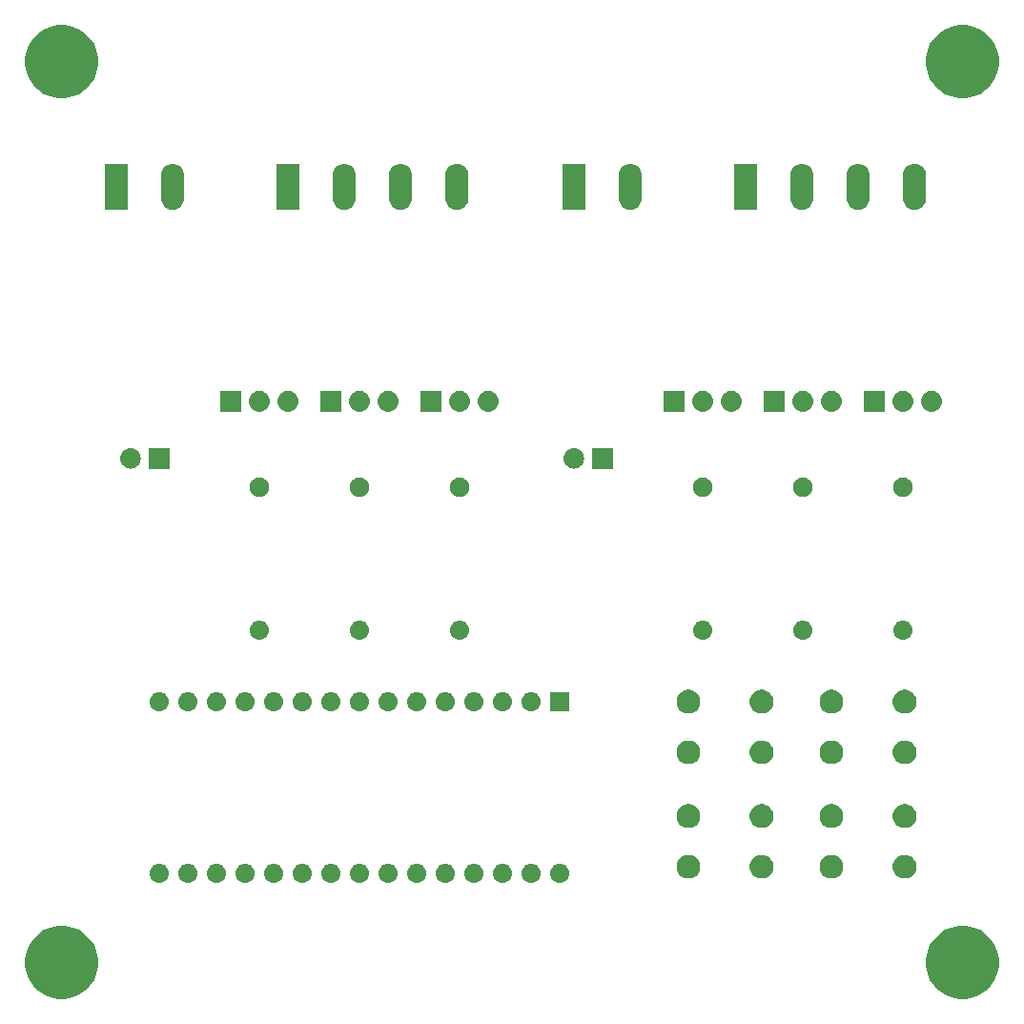
<source format=gts>
G04 #@! TF.GenerationSoftware,KiCad,Pcbnew,5.1.4*
G04 #@! TF.CreationDate,2019-11-07T18:24:18+01:00*
G04 #@! TF.ProjectId,nano-rgb,6e616e6f-2d72-4676-922e-6b696361645f,rev?*
G04 #@! TF.SameCoordinates,Original*
G04 #@! TF.FileFunction,Soldermask,Top*
G04 #@! TF.FilePolarity,Negative*
%FSLAX46Y46*%
G04 Gerber Fmt 4.6, Leading zero omitted, Abs format (unit mm)*
G04 Created by KiCad (PCBNEW 5.1.4) date 2019-11-07 18:24:18*
%MOMM*%
%LPD*%
G04 APERTURE LIST*
%ADD10C,0.100000*%
G04 APERTURE END LIST*
D10*
G36*
X225634239Y-141811467D02*
G01*
X225948282Y-141873934D01*
X226539926Y-142119001D01*
X227072392Y-142474784D01*
X227525216Y-142927608D01*
X227880999Y-143460074D01*
X228126066Y-144051718D01*
X228251000Y-144679804D01*
X228251000Y-145320196D01*
X228126066Y-145948282D01*
X227880999Y-146539926D01*
X227525216Y-147072392D01*
X227072392Y-147525216D01*
X226539926Y-147880999D01*
X225948282Y-148126066D01*
X225634239Y-148188533D01*
X225320197Y-148251000D01*
X224679803Y-148251000D01*
X224365761Y-148188533D01*
X224051718Y-148126066D01*
X223460074Y-147880999D01*
X222927608Y-147525216D01*
X222474784Y-147072392D01*
X222119001Y-146539926D01*
X221873934Y-145948282D01*
X221749000Y-145320196D01*
X221749000Y-144679804D01*
X221873934Y-144051718D01*
X222119001Y-143460074D01*
X222474784Y-142927608D01*
X222927608Y-142474784D01*
X223460074Y-142119001D01*
X224051718Y-141873934D01*
X224365761Y-141811467D01*
X224679803Y-141749000D01*
X225320197Y-141749000D01*
X225634239Y-141811467D01*
X225634239Y-141811467D01*
G37*
G36*
X145634239Y-141811467D02*
G01*
X145948282Y-141873934D01*
X146539926Y-142119001D01*
X147072392Y-142474784D01*
X147525216Y-142927608D01*
X147880999Y-143460074D01*
X148126066Y-144051718D01*
X148251000Y-144679804D01*
X148251000Y-145320196D01*
X148126066Y-145948282D01*
X147880999Y-146539926D01*
X147525216Y-147072392D01*
X147072392Y-147525216D01*
X146539926Y-147880999D01*
X145948282Y-148126066D01*
X145634239Y-148188533D01*
X145320197Y-148251000D01*
X144679803Y-148251000D01*
X144365761Y-148188533D01*
X144051718Y-148126066D01*
X143460074Y-147880999D01*
X142927608Y-147525216D01*
X142474784Y-147072392D01*
X142119001Y-146539926D01*
X141873934Y-145948282D01*
X141749000Y-145320196D01*
X141749000Y-144679804D01*
X141873934Y-144051718D01*
X142119001Y-143460074D01*
X142474784Y-142927608D01*
X142927608Y-142474784D01*
X143460074Y-142119001D01*
X144051718Y-141873934D01*
X144365761Y-141811467D01*
X144679803Y-141749000D01*
X145320197Y-141749000D01*
X145634239Y-141811467D01*
X145634239Y-141811467D01*
G37*
G36*
X179236823Y-136241313D02*
G01*
X179397242Y-136289976D01*
X179529906Y-136360886D01*
X179545078Y-136368996D01*
X179674659Y-136475341D01*
X179781004Y-136604922D01*
X179781005Y-136604924D01*
X179860024Y-136752758D01*
X179908687Y-136913177D01*
X179925117Y-137080000D01*
X179908687Y-137246823D01*
X179860024Y-137407242D01*
X179804772Y-137510611D01*
X179781004Y-137555078D01*
X179674659Y-137684659D01*
X179545078Y-137791004D01*
X179545076Y-137791005D01*
X179397242Y-137870024D01*
X179236823Y-137918687D01*
X179111804Y-137931000D01*
X179028196Y-137931000D01*
X178903177Y-137918687D01*
X178742758Y-137870024D01*
X178594924Y-137791005D01*
X178594922Y-137791004D01*
X178465341Y-137684659D01*
X178358996Y-137555078D01*
X178335228Y-137510611D01*
X178279976Y-137407242D01*
X178231313Y-137246823D01*
X178214883Y-137080000D01*
X178231313Y-136913177D01*
X178279976Y-136752758D01*
X178358995Y-136604924D01*
X178358996Y-136604922D01*
X178465341Y-136475341D01*
X178594922Y-136368996D01*
X178610094Y-136360886D01*
X178742758Y-136289976D01*
X178903177Y-136241313D01*
X179028196Y-136229000D01*
X179111804Y-136229000D01*
X179236823Y-136241313D01*
X179236823Y-136241313D01*
G37*
G36*
X153836823Y-136241313D02*
G01*
X153997242Y-136289976D01*
X154129906Y-136360886D01*
X154145078Y-136368996D01*
X154274659Y-136475341D01*
X154381004Y-136604922D01*
X154381005Y-136604924D01*
X154460024Y-136752758D01*
X154508687Y-136913177D01*
X154525117Y-137080000D01*
X154508687Y-137246823D01*
X154460024Y-137407242D01*
X154404772Y-137510611D01*
X154381004Y-137555078D01*
X154274659Y-137684659D01*
X154145078Y-137791004D01*
X154145076Y-137791005D01*
X153997242Y-137870024D01*
X153836823Y-137918687D01*
X153711804Y-137931000D01*
X153628196Y-137931000D01*
X153503177Y-137918687D01*
X153342758Y-137870024D01*
X153194924Y-137791005D01*
X153194922Y-137791004D01*
X153065341Y-137684659D01*
X152958996Y-137555078D01*
X152935228Y-137510611D01*
X152879976Y-137407242D01*
X152831313Y-137246823D01*
X152814883Y-137080000D01*
X152831313Y-136913177D01*
X152879976Y-136752758D01*
X152958995Y-136604924D01*
X152958996Y-136604922D01*
X153065341Y-136475341D01*
X153194922Y-136368996D01*
X153210094Y-136360886D01*
X153342758Y-136289976D01*
X153503177Y-136241313D01*
X153628196Y-136229000D01*
X153711804Y-136229000D01*
X153836823Y-136241313D01*
X153836823Y-136241313D01*
G37*
G36*
X186856823Y-136241313D02*
G01*
X187017242Y-136289976D01*
X187149906Y-136360886D01*
X187165078Y-136368996D01*
X187294659Y-136475341D01*
X187401004Y-136604922D01*
X187401005Y-136604924D01*
X187480024Y-136752758D01*
X187528687Y-136913177D01*
X187545117Y-137080000D01*
X187528687Y-137246823D01*
X187480024Y-137407242D01*
X187424772Y-137510611D01*
X187401004Y-137555078D01*
X187294659Y-137684659D01*
X187165078Y-137791004D01*
X187165076Y-137791005D01*
X187017242Y-137870024D01*
X186856823Y-137918687D01*
X186731804Y-137931000D01*
X186648196Y-137931000D01*
X186523177Y-137918687D01*
X186362758Y-137870024D01*
X186214924Y-137791005D01*
X186214922Y-137791004D01*
X186085341Y-137684659D01*
X185978996Y-137555078D01*
X185955228Y-137510611D01*
X185899976Y-137407242D01*
X185851313Y-137246823D01*
X185834883Y-137080000D01*
X185851313Y-136913177D01*
X185899976Y-136752758D01*
X185978995Y-136604924D01*
X185978996Y-136604922D01*
X186085341Y-136475341D01*
X186214922Y-136368996D01*
X186230094Y-136360886D01*
X186362758Y-136289976D01*
X186523177Y-136241313D01*
X186648196Y-136229000D01*
X186731804Y-136229000D01*
X186856823Y-136241313D01*
X186856823Y-136241313D01*
G37*
G36*
X181776823Y-136241313D02*
G01*
X181937242Y-136289976D01*
X182069906Y-136360886D01*
X182085078Y-136368996D01*
X182214659Y-136475341D01*
X182321004Y-136604922D01*
X182321005Y-136604924D01*
X182400024Y-136752758D01*
X182448687Y-136913177D01*
X182465117Y-137080000D01*
X182448687Y-137246823D01*
X182400024Y-137407242D01*
X182344772Y-137510611D01*
X182321004Y-137555078D01*
X182214659Y-137684659D01*
X182085078Y-137791004D01*
X182085076Y-137791005D01*
X181937242Y-137870024D01*
X181776823Y-137918687D01*
X181651804Y-137931000D01*
X181568196Y-137931000D01*
X181443177Y-137918687D01*
X181282758Y-137870024D01*
X181134924Y-137791005D01*
X181134922Y-137791004D01*
X181005341Y-137684659D01*
X180898996Y-137555078D01*
X180875228Y-137510611D01*
X180819976Y-137407242D01*
X180771313Y-137246823D01*
X180754883Y-137080000D01*
X180771313Y-136913177D01*
X180819976Y-136752758D01*
X180898995Y-136604924D01*
X180898996Y-136604922D01*
X181005341Y-136475341D01*
X181134922Y-136368996D01*
X181150094Y-136360886D01*
X181282758Y-136289976D01*
X181443177Y-136241313D01*
X181568196Y-136229000D01*
X181651804Y-136229000D01*
X181776823Y-136241313D01*
X181776823Y-136241313D01*
G37*
G36*
X176696823Y-136241313D02*
G01*
X176857242Y-136289976D01*
X176989906Y-136360886D01*
X177005078Y-136368996D01*
X177134659Y-136475341D01*
X177241004Y-136604922D01*
X177241005Y-136604924D01*
X177320024Y-136752758D01*
X177368687Y-136913177D01*
X177385117Y-137080000D01*
X177368687Y-137246823D01*
X177320024Y-137407242D01*
X177264772Y-137510611D01*
X177241004Y-137555078D01*
X177134659Y-137684659D01*
X177005078Y-137791004D01*
X177005076Y-137791005D01*
X176857242Y-137870024D01*
X176696823Y-137918687D01*
X176571804Y-137931000D01*
X176488196Y-137931000D01*
X176363177Y-137918687D01*
X176202758Y-137870024D01*
X176054924Y-137791005D01*
X176054922Y-137791004D01*
X175925341Y-137684659D01*
X175818996Y-137555078D01*
X175795228Y-137510611D01*
X175739976Y-137407242D01*
X175691313Y-137246823D01*
X175674883Y-137080000D01*
X175691313Y-136913177D01*
X175739976Y-136752758D01*
X175818995Y-136604924D01*
X175818996Y-136604922D01*
X175925341Y-136475341D01*
X176054922Y-136368996D01*
X176070094Y-136360886D01*
X176202758Y-136289976D01*
X176363177Y-136241313D01*
X176488196Y-136229000D01*
X176571804Y-136229000D01*
X176696823Y-136241313D01*
X176696823Y-136241313D01*
G37*
G36*
X174156823Y-136241313D02*
G01*
X174317242Y-136289976D01*
X174449906Y-136360886D01*
X174465078Y-136368996D01*
X174594659Y-136475341D01*
X174701004Y-136604922D01*
X174701005Y-136604924D01*
X174780024Y-136752758D01*
X174828687Y-136913177D01*
X174845117Y-137080000D01*
X174828687Y-137246823D01*
X174780024Y-137407242D01*
X174724772Y-137510611D01*
X174701004Y-137555078D01*
X174594659Y-137684659D01*
X174465078Y-137791004D01*
X174465076Y-137791005D01*
X174317242Y-137870024D01*
X174156823Y-137918687D01*
X174031804Y-137931000D01*
X173948196Y-137931000D01*
X173823177Y-137918687D01*
X173662758Y-137870024D01*
X173514924Y-137791005D01*
X173514922Y-137791004D01*
X173385341Y-137684659D01*
X173278996Y-137555078D01*
X173255228Y-137510611D01*
X173199976Y-137407242D01*
X173151313Y-137246823D01*
X173134883Y-137080000D01*
X173151313Y-136913177D01*
X173199976Y-136752758D01*
X173278995Y-136604924D01*
X173278996Y-136604922D01*
X173385341Y-136475341D01*
X173514922Y-136368996D01*
X173530094Y-136360886D01*
X173662758Y-136289976D01*
X173823177Y-136241313D01*
X173948196Y-136229000D01*
X174031804Y-136229000D01*
X174156823Y-136241313D01*
X174156823Y-136241313D01*
G37*
G36*
X184316823Y-136241313D02*
G01*
X184477242Y-136289976D01*
X184609906Y-136360886D01*
X184625078Y-136368996D01*
X184754659Y-136475341D01*
X184861004Y-136604922D01*
X184861005Y-136604924D01*
X184940024Y-136752758D01*
X184988687Y-136913177D01*
X185005117Y-137080000D01*
X184988687Y-137246823D01*
X184940024Y-137407242D01*
X184884772Y-137510611D01*
X184861004Y-137555078D01*
X184754659Y-137684659D01*
X184625078Y-137791004D01*
X184625076Y-137791005D01*
X184477242Y-137870024D01*
X184316823Y-137918687D01*
X184191804Y-137931000D01*
X184108196Y-137931000D01*
X183983177Y-137918687D01*
X183822758Y-137870024D01*
X183674924Y-137791005D01*
X183674922Y-137791004D01*
X183545341Y-137684659D01*
X183438996Y-137555078D01*
X183415228Y-137510611D01*
X183359976Y-137407242D01*
X183311313Y-137246823D01*
X183294883Y-137080000D01*
X183311313Y-136913177D01*
X183359976Y-136752758D01*
X183438995Y-136604924D01*
X183438996Y-136604922D01*
X183545341Y-136475341D01*
X183674922Y-136368996D01*
X183690094Y-136360886D01*
X183822758Y-136289976D01*
X183983177Y-136241313D01*
X184108196Y-136229000D01*
X184191804Y-136229000D01*
X184316823Y-136241313D01*
X184316823Y-136241313D01*
G37*
G36*
X166536823Y-136241313D02*
G01*
X166697242Y-136289976D01*
X166829906Y-136360886D01*
X166845078Y-136368996D01*
X166974659Y-136475341D01*
X167081004Y-136604922D01*
X167081005Y-136604924D01*
X167160024Y-136752758D01*
X167208687Y-136913177D01*
X167225117Y-137080000D01*
X167208687Y-137246823D01*
X167160024Y-137407242D01*
X167104772Y-137510611D01*
X167081004Y-137555078D01*
X166974659Y-137684659D01*
X166845078Y-137791004D01*
X166845076Y-137791005D01*
X166697242Y-137870024D01*
X166536823Y-137918687D01*
X166411804Y-137931000D01*
X166328196Y-137931000D01*
X166203177Y-137918687D01*
X166042758Y-137870024D01*
X165894924Y-137791005D01*
X165894922Y-137791004D01*
X165765341Y-137684659D01*
X165658996Y-137555078D01*
X165635228Y-137510611D01*
X165579976Y-137407242D01*
X165531313Y-137246823D01*
X165514883Y-137080000D01*
X165531313Y-136913177D01*
X165579976Y-136752758D01*
X165658995Y-136604924D01*
X165658996Y-136604922D01*
X165765341Y-136475341D01*
X165894922Y-136368996D01*
X165910094Y-136360886D01*
X166042758Y-136289976D01*
X166203177Y-136241313D01*
X166328196Y-136229000D01*
X166411804Y-136229000D01*
X166536823Y-136241313D01*
X166536823Y-136241313D01*
G37*
G36*
X163996823Y-136241313D02*
G01*
X164157242Y-136289976D01*
X164289906Y-136360886D01*
X164305078Y-136368996D01*
X164434659Y-136475341D01*
X164541004Y-136604922D01*
X164541005Y-136604924D01*
X164620024Y-136752758D01*
X164668687Y-136913177D01*
X164685117Y-137080000D01*
X164668687Y-137246823D01*
X164620024Y-137407242D01*
X164564772Y-137510611D01*
X164541004Y-137555078D01*
X164434659Y-137684659D01*
X164305078Y-137791004D01*
X164305076Y-137791005D01*
X164157242Y-137870024D01*
X163996823Y-137918687D01*
X163871804Y-137931000D01*
X163788196Y-137931000D01*
X163663177Y-137918687D01*
X163502758Y-137870024D01*
X163354924Y-137791005D01*
X163354922Y-137791004D01*
X163225341Y-137684659D01*
X163118996Y-137555078D01*
X163095228Y-137510611D01*
X163039976Y-137407242D01*
X162991313Y-137246823D01*
X162974883Y-137080000D01*
X162991313Y-136913177D01*
X163039976Y-136752758D01*
X163118995Y-136604924D01*
X163118996Y-136604922D01*
X163225341Y-136475341D01*
X163354922Y-136368996D01*
X163370094Y-136360886D01*
X163502758Y-136289976D01*
X163663177Y-136241313D01*
X163788196Y-136229000D01*
X163871804Y-136229000D01*
X163996823Y-136241313D01*
X163996823Y-136241313D01*
G37*
G36*
X161456823Y-136241313D02*
G01*
X161617242Y-136289976D01*
X161749906Y-136360886D01*
X161765078Y-136368996D01*
X161894659Y-136475341D01*
X162001004Y-136604922D01*
X162001005Y-136604924D01*
X162080024Y-136752758D01*
X162128687Y-136913177D01*
X162145117Y-137080000D01*
X162128687Y-137246823D01*
X162080024Y-137407242D01*
X162024772Y-137510611D01*
X162001004Y-137555078D01*
X161894659Y-137684659D01*
X161765078Y-137791004D01*
X161765076Y-137791005D01*
X161617242Y-137870024D01*
X161456823Y-137918687D01*
X161331804Y-137931000D01*
X161248196Y-137931000D01*
X161123177Y-137918687D01*
X160962758Y-137870024D01*
X160814924Y-137791005D01*
X160814922Y-137791004D01*
X160685341Y-137684659D01*
X160578996Y-137555078D01*
X160555228Y-137510611D01*
X160499976Y-137407242D01*
X160451313Y-137246823D01*
X160434883Y-137080000D01*
X160451313Y-136913177D01*
X160499976Y-136752758D01*
X160578995Y-136604924D01*
X160578996Y-136604922D01*
X160685341Y-136475341D01*
X160814922Y-136368996D01*
X160830094Y-136360886D01*
X160962758Y-136289976D01*
X161123177Y-136241313D01*
X161248196Y-136229000D01*
X161331804Y-136229000D01*
X161456823Y-136241313D01*
X161456823Y-136241313D01*
G37*
G36*
X171616823Y-136241313D02*
G01*
X171777242Y-136289976D01*
X171909906Y-136360886D01*
X171925078Y-136368996D01*
X172054659Y-136475341D01*
X172161004Y-136604922D01*
X172161005Y-136604924D01*
X172240024Y-136752758D01*
X172288687Y-136913177D01*
X172305117Y-137080000D01*
X172288687Y-137246823D01*
X172240024Y-137407242D01*
X172184772Y-137510611D01*
X172161004Y-137555078D01*
X172054659Y-137684659D01*
X171925078Y-137791004D01*
X171925076Y-137791005D01*
X171777242Y-137870024D01*
X171616823Y-137918687D01*
X171491804Y-137931000D01*
X171408196Y-137931000D01*
X171283177Y-137918687D01*
X171122758Y-137870024D01*
X170974924Y-137791005D01*
X170974922Y-137791004D01*
X170845341Y-137684659D01*
X170738996Y-137555078D01*
X170715228Y-137510611D01*
X170659976Y-137407242D01*
X170611313Y-137246823D01*
X170594883Y-137080000D01*
X170611313Y-136913177D01*
X170659976Y-136752758D01*
X170738995Y-136604924D01*
X170738996Y-136604922D01*
X170845341Y-136475341D01*
X170974922Y-136368996D01*
X170990094Y-136360886D01*
X171122758Y-136289976D01*
X171283177Y-136241313D01*
X171408196Y-136229000D01*
X171491804Y-136229000D01*
X171616823Y-136241313D01*
X171616823Y-136241313D01*
G37*
G36*
X158916823Y-136241313D02*
G01*
X159077242Y-136289976D01*
X159209906Y-136360886D01*
X159225078Y-136368996D01*
X159354659Y-136475341D01*
X159461004Y-136604922D01*
X159461005Y-136604924D01*
X159540024Y-136752758D01*
X159588687Y-136913177D01*
X159605117Y-137080000D01*
X159588687Y-137246823D01*
X159540024Y-137407242D01*
X159484772Y-137510611D01*
X159461004Y-137555078D01*
X159354659Y-137684659D01*
X159225078Y-137791004D01*
X159225076Y-137791005D01*
X159077242Y-137870024D01*
X158916823Y-137918687D01*
X158791804Y-137931000D01*
X158708196Y-137931000D01*
X158583177Y-137918687D01*
X158422758Y-137870024D01*
X158274924Y-137791005D01*
X158274922Y-137791004D01*
X158145341Y-137684659D01*
X158038996Y-137555078D01*
X158015228Y-137510611D01*
X157959976Y-137407242D01*
X157911313Y-137246823D01*
X157894883Y-137080000D01*
X157911313Y-136913177D01*
X157959976Y-136752758D01*
X158038995Y-136604924D01*
X158038996Y-136604922D01*
X158145341Y-136475341D01*
X158274922Y-136368996D01*
X158290094Y-136360886D01*
X158422758Y-136289976D01*
X158583177Y-136241313D01*
X158708196Y-136229000D01*
X158791804Y-136229000D01*
X158916823Y-136241313D01*
X158916823Y-136241313D01*
G37*
G36*
X156376823Y-136241313D02*
G01*
X156537242Y-136289976D01*
X156669906Y-136360886D01*
X156685078Y-136368996D01*
X156814659Y-136475341D01*
X156921004Y-136604922D01*
X156921005Y-136604924D01*
X157000024Y-136752758D01*
X157048687Y-136913177D01*
X157065117Y-137080000D01*
X157048687Y-137246823D01*
X157000024Y-137407242D01*
X156944772Y-137510611D01*
X156921004Y-137555078D01*
X156814659Y-137684659D01*
X156685078Y-137791004D01*
X156685076Y-137791005D01*
X156537242Y-137870024D01*
X156376823Y-137918687D01*
X156251804Y-137931000D01*
X156168196Y-137931000D01*
X156043177Y-137918687D01*
X155882758Y-137870024D01*
X155734924Y-137791005D01*
X155734922Y-137791004D01*
X155605341Y-137684659D01*
X155498996Y-137555078D01*
X155475228Y-137510611D01*
X155419976Y-137407242D01*
X155371313Y-137246823D01*
X155354883Y-137080000D01*
X155371313Y-136913177D01*
X155419976Y-136752758D01*
X155498995Y-136604924D01*
X155498996Y-136604922D01*
X155605341Y-136475341D01*
X155734922Y-136368996D01*
X155750094Y-136360886D01*
X155882758Y-136289976D01*
X156043177Y-136241313D01*
X156168196Y-136229000D01*
X156251804Y-136229000D01*
X156376823Y-136241313D01*
X156376823Y-136241313D01*
G37*
G36*
X189396823Y-136241313D02*
G01*
X189557242Y-136289976D01*
X189689906Y-136360886D01*
X189705078Y-136368996D01*
X189834659Y-136475341D01*
X189941004Y-136604922D01*
X189941005Y-136604924D01*
X190020024Y-136752758D01*
X190068687Y-136913177D01*
X190085117Y-137080000D01*
X190068687Y-137246823D01*
X190020024Y-137407242D01*
X189964772Y-137510611D01*
X189941004Y-137555078D01*
X189834659Y-137684659D01*
X189705078Y-137791004D01*
X189705076Y-137791005D01*
X189557242Y-137870024D01*
X189396823Y-137918687D01*
X189271804Y-137931000D01*
X189188196Y-137931000D01*
X189063177Y-137918687D01*
X188902758Y-137870024D01*
X188754924Y-137791005D01*
X188754922Y-137791004D01*
X188625341Y-137684659D01*
X188518996Y-137555078D01*
X188495228Y-137510611D01*
X188439976Y-137407242D01*
X188391313Y-137246823D01*
X188374883Y-137080000D01*
X188391313Y-136913177D01*
X188439976Y-136752758D01*
X188518995Y-136604924D01*
X188518996Y-136604922D01*
X188625341Y-136475341D01*
X188754922Y-136368996D01*
X188770094Y-136360886D01*
X188902758Y-136289976D01*
X189063177Y-136241313D01*
X189188196Y-136229000D01*
X189271804Y-136229000D01*
X189396823Y-136241313D01*
X189396823Y-136241313D01*
G37*
G36*
X169076823Y-136241313D02*
G01*
X169237242Y-136289976D01*
X169369906Y-136360886D01*
X169385078Y-136368996D01*
X169514659Y-136475341D01*
X169621004Y-136604922D01*
X169621005Y-136604924D01*
X169700024Y-136752758D01*
X169748687Y-136913177D01*
X169765117Y-137080000D01*
X169748687Y-137246823D01*
X169700024Y-137407242D01*
X169644772Y-137510611D01*
X169621004Y-137555078D01*
X169514659Y-137684659D01*
X169385078Y-137791004D01*
X169385076Y-137791005D01*
X169237242Y-137870024D01*
X169076823Y-137918687D01*
X168951804Y-137931000D01*
X168868196Y-137931000D01*
X168743177Y-137918687D01*
X168582758Y-137870024D01*
X168434924Y-137791005D01*
X168434922Y-137791004D01*
X168305341Y-137684659D01*
X168198996Y-137555078D01*
X168175228Y-137510611D01*
X168119976Y-137407242D01*
X168071313Y-137246823D01*
X168054883Y-137080000D01*
X168071313Y-136913177D01*
X168119976Y-136752758D01*
X168198995Y-136604924D01*
X168198996Y-136604922D01*
X168305341Y-136475341D01*
X168434922Y-136368996D01*
X168450094Y-136360886D01*
X168582758Y-136289976D01*
X168743177Y-136241313D01*
X168868196Y-136229000D01*
X168951804Y-136229000D01*
X169076823Y-136241313D01*
X169076823Y-136241313D01*
G37*
G36*
X213666564Y-135489389D02*
G01*
X213857833Y-135568615D01*
X213857835Y-135568616D01*
X214029973Y-135683635D01*
X214176365Y-135830027D01*
X214291385Y-136002167D01*
X214370611Y-136193436D01*
X214411000Y-136396484D01*
X214411000Y-136603516D01*
X214370611Y-136806564D01*
X214291385Y-136997833D01*
X214291384Y-136997835D01*
X214176365Y-137169973D01*
X214029973Y-137316365D01*
X213857835Y-137431384D01*
X213857834Y-137431385D01*
X213857833Y-137431385D01*
X213666564Y-137510611D01*
X213463516Y-137551000D01*
X213256484Y-137551000D01*
X213053436Y-137510611D01*
X212862167Y-137431385D01*
X212862166Y-137431385D01*
X212862165Y-137431384D01*
X212690027Y-137316365D01*
X212543635Y-137169973D01*
X212428616Y-136997835D01*
X212428615Y-136997833D01*
X212349389Y-136806564D01*
X212309000Y-136603516D01*
X212309000Y-136396484D01*
X212349389Y-136193436D01*
X212428615Y-136002167D01*
X212543635Y-135830027D01*
X212690027Y-135683635D01*
X212862165Y-135568616D01*
X212862167Y-135568615D01*
X213053436Y-135489389D01*
X213256484Y-135449000D01*
X213463516Y-135449000D01*
X213666564Y-135489389D01*
X213666564Y-135489389D01*
G37*
G36*
X207466564Y-135489389D02*
G01*
X207657833Y-135568615D01*
X207657835Y-135568616D01*
X207829973Y-135683635D01*
X207976365Y-135830027D01*
X208091385Y-136002167D01*
X208170611Y-136193436D01*
X208211000Y-136396484D01*
X208211000Y-136603516D01*
X208170611Y-136806564D01*
X208091385Y-136997833D01*
X208091384Y-136997835D01*
X207976365Y-137169973D01*
X207829973Y-137316365D01*
X207657835Y-137431384D01*
X207657834Y-137431385D01*
X207657833Y-137431385D01*
X207466564Y-137510611D01*
X207263516Y-137551000D01*
X207056484Y-137551000D01*
X206853436Y-137510611D01*
X206662167Y-137431385D01*
X206662166Y-137431385D01*
X206662165Y-137431384D01*
X206490027Y-137316365D01*
X206343635Y-137169973D01*
X206228616Y-136997835D01*
X206228615Y-136997833D01*
X206149389Y-136806564D01*
X206109000Y-136603516D01*
X206109000Y-136396484D01*
X206149389Y-136193436D01*
X206228615Y-136002167D01*
X206343635Y-135830027D01*
X206490027Y-135683635D01*
X206662165Y-135568616D01*
X206662167Y-135568615D01*
X206853436Y-135489389D01*
X207056484Y-135449000D01*
X207263516Y-135449000D01*
X207466564Y-135489389D01*
X207466564Y-135489389D01*
G37*
G36*
X220166564Y-135489389D02*
G01*
X220357833Y-135568615D01*
X220357835Y-135568616D01*
X220529973Y-135683635D01*
X220676365Y-135830027D01*
X220791385Y-136002167D01*
X220870611Y-136193436D01*
X220911000Y-136396484D01*
X220911000Y-136603516D01*
X220870611Y-136806564D01*
X220791385Y-136997833D01*
X220791384Y-136997835D01*
X220676365Y-137169973D01*
X220529973Y-137316365D01*
X220357835Y-137431384D01*
X220357834Y-137431385D01*
X220357833Y-137431385D01*
X220166564Y-137510611D01*
X219963516Y-137551000D01*
X219756484Y-137551000D01*
X219553436Y-137510611D01*
X219362167Y-137431385D01*
X219362166Y-137431385D01*
X219362165Y-137431384D01*
X219190027Y-137316365D01*
X219043635Y-137169973D01*
X218928616Y-136997835D01*
X218928615Y-136997833D01*
X218849389Y-136806564D01*
X218809000Y-136603516D01*
X218809000Y-136396484D01*
X218849389Y-136193436D01*
X218928615Y-136002167D01*
X219043635Y-135830027D01*
X219190027Y-135683635D01*
X219362165Y-135568616D01*
X219362167Y-135568615D01*
X219553436Y-135489389D01*
X219756484Y-135449000D01*
X219963516Y-135449000D01*
X220166564Y-135489389D01*
X220166564Y-135489389D01*
G37*
G36*
X200966564Y-135489389D02*
G01*
X201157833Y-135568615D01*
X201157835Y-135568616D01*
X201329973Y-135683635D01*
X201476365Y-135830027D01*
X201591385Y-136002167D01*
X201670611Y-136193436D01*
X201711000Y-136396484D01*
X201711000Y-136603516D01*
X201670611Y-136806564D01*
X201591385Y-136997833D01*
X201591384Y-136997835D01*
X201476365Y-137169973D01*
X201329973Y-137316365D01*
X201157835Y-137431384D01*
X201157834Y-137431385D01*
X201157833Y-137431385D01*
X200966564Y-137510611D01*
X200763516Y-137551000D01*
X200556484Y-137551000D01*
X200353436Y-137510611D01*
X200162167Y-137431385D01*
X200162166Y-137431385D01*
X200162165Y-137431384D01*
X199990027Y-137316365D01*
X199843635Y-137169973D01*
X199728616Y-136997835D01*
X199728615Y-136997833D01*
X199649389Y-136806564D01*
X199609000Y-136603516D01*
X199609000Y-136396484D01*
X199649389Y-136193436D01*
X199728615Y-136002167D01*
X199843635Y-135830027D01*
X199990027Y-135683635D01*
X200162165Y-135568616D01*
X200162167Y-135568615D01*
X200353436Y-135489389D01*
X200556484Y-135449000D01*
X200763516Y-135449000D01*
X200966564Y-135489389D01*
X200966564Y-135489389D01*
G37*
G36*
X200966564Y-130989389D02*
G01*
X201157833Y-131068615D01*
X201157835Y-131068616D01*
X201329973Y-131183635D01*
X201476365Y-131330027D01*
X201591385Y-131502167D01*
X201670611Y-131693436D01*
X201711000Y-131896484D01*
X201711000Y-132103516D01*
X201670611Y-132306564D01*
X201591385Y-132497833D01*
X201591384Y-132497835D01*
X201476365Y-132669973D01*
X201329973Y-132816365D01*
X201157835Y-132931384D01*
X201157834Y-132931385D01*
X201157833Y-132931385D01*
X200966564Y-133010611D01*
X200763516Y-133051000D01*
X200556484Y-133051000D01*
X200353436Y-133010611D01*
X200162167Y-132931385D01*
X200162166Y-132931385D01*
X200162165Y-132931384D01*
X199990027Y-132816365D01*
X199843635Y-132669973D01*
X199728616Y-132497835D01*
X199728615Y-132497833D01*
X199649389Y-132306564D01*
X199609000Y-132103516D01*
X199609000Y-131896484D01*
X199649389Y-131693436D01*
X199728615Y-131502167D01*
X199843635Y-131330027D01*
X199990027Y-131183635D01*
X200162165Y-131068616D01*
X200162167Y-131068615D01*
X200353436Y-130989389D01*
X200556484Y-130949000D01*
X200763516Y-130949000D01*
X200966564Y-130989389D01*
X200966564Y-130989389D01*
G37*
G36*
X213666564Y-130989389D02*
G01*
X213857833Y-131068615D01*
X213857835Y-131068616D01*
X214029973Y-131183635D01*
X214176365Y-131330027D01*
X214291385Y-131502167D01*
X214370611Y-131693436D01*
X214411000Y-131896484D01*
X214411000Y-132103516D01*
X214370611Y-132306564D01*
X214291385Y-132497833D01*
X214291384Y-132497835D01*
X214176365Y-132669973D01*
X214029973Y-132816365D01*
X213857835Y-132931384D01*
X213857834Y-132931385D01*
X213857833Y-132931385D01*
X213666564Y-133010611D01*
X213463516Y-133051000D01*
X213256484Y-133051000D01*
X213053436Y-133010611D01*
X212862167Y-132931385D01*
X212862166Y-132931385D01*
X212862165Y-132931384D01*
X212690027Y-132816365D01*
X212543635Y-132669973D01*
X212428616Y-132497835D01*
X212428615Y-132497833D01*
X212349389Y-132306564D01*
X212309000Y-132103516D01*
X212309000Y-131896484D01*
X212349389Y-131693436D01*
X212428615Y-131502167D01*
X212543635Y-131330027D01*
X212690027Y-131183635D01*
X212862165Y-131068616D01*
X212862167Y-131068615D01*
X213053436Y-130989389D01*
X213256484Y-130949000D01*
X213463516Y-130949000D01*
X213666564Y-130989389D01*
X213666564Y-130989389D01*
G37*
G36*
X220166564Y-130989389D02*
G01*
X220357833Y-131068615D01*
X220357835Y-131068616D01*
X220529973Y-131183635D01*
X220676365Y-131330027D01*
X220791385Y-131502167D01*
X220870611Y-131693436D01*
X220911000Y-131896484D01*
X220911000Y-132103516D01*
X220870611Y-132306564D01*
X220791385Y-132497833D01*
X220791384Y-132497835D01*
X220676365Y-132669973D01*
X220529973Y-132816365D01*
X220357835Y-132931384D01*
X220357834Y-132931385D01*
X220357833Y-132931385D01*
X220166564Y-133010611D01*
X219963516Y-133051000D01*
X219756484Y-133051000D01*
X219553436Y-133010611D01*
X219362167Y-132931385D01*
X219362166Y-132931385D01*
X219362165Y-132931384D01*
X219190027Y-132816365D01*
X219043635Y-132669973D01*
X218928616Y-132497835D01*
X218928615Y-132497833D01*
X218849389Y-132306564D01*
X218809000Y-132103516D01*
X218809000Y-131896484D01*
X218849389Y-131693436D01*
X218928615Y-131502167D01*
X219043635Y-131330027D01*
X219190027Y-131183635D01*
X219362165Y-131068616D01*
X219362167Y-131068615D01*
X219553436Y-130989389D01*
X219756484Y-130949000D01*
X219963516Y-130949000D01*
X220166564Y-130989389D01*
X220166564Y-130989389D01*
G37*
G36*
X207466564Y-130989389D02*
G01*
X207657833Y-131068615D01*
X207657835Y-131068616D01*
X207829973Y-131183635D01*
X207976365Y-131330027D01*
X208091385Y-131502167D01*
X208170611Y-131693436D01*
X208211000Y-131896484D01*
X208211000Y-132103516D01*
X208170611Y-132306564D01*
X208091385Y-132497833D01*
X208091384Y-132497835D01*
X207976365Y-132669973D01*
X207829973Y-132816365D01*
X207657835Y-132931384D01*
X207657834Y-132931385D01*
X207657833Y-132931385D01*
X207466564Y-133010611D01*
X207263516Y-133051000D01*
X207056484Y-133051000D01*
X206853436Y-133010611D01*
X206662167Y-132931385D01*
X206662166Y-132931385D01*
X206662165Y-132931384D01*
X206490027Y-132816365D01*
X206343635Y-132669973D01*
X206228616Y-132497835D01*
X206228615Y-132497833D01*
X206149389Y-132306564D01*
X206109000Y-132103516D01*
X206109000Y-131896484D01*
X206149389Y-131693436D01*
X206228615Y-131502167D01*
X206343635Y-131330027D01*
X206490027Y-131183635D01*
X206662165Y-131068616D01*
X206662167Y-131068615D01*
X206853436Y-130989389D01*
X207056484Y-130949000D01*
X207263516Y-130949000D01*
X207466564Y-130989389D01*
X207466564Y-130989389D01*
G37*
G36*
X207466564Y-125329389D02*
G01*
X207657833Y-125408615D01*
X207657835Y-125408616D01*
X207829973Y-125523635D01*
X207976365Y-125670027D01*
X208091385Y-125842167D01*
X208170611Y-126033436D01*
X208211000Y-126236484D01*
X208211000Y-126443516D01*
X208170611Y-126646564D01*
X208091385Y-126837833D01*
X208091384Y-126837835D01*
X207976365Y-127009973D01*
X207829973Y-127156365D01*
X207657835Y-127271384D01*
X207657834Y-127271385D01*
X207657833Y-127271385D01*
X207466564Y-127350611D01*
X207263516Y-127391000D01*
X207056484Y-127391000D01*
X206853436Y-127350611D01*
X206662167Y-127271385D01*
X206662166Y-127271385D01*
X206662165Y-127271384D01*
X206490027Y-127156365D01*
X206343635Y-127009973D01*
X206228616Y-126837835D01*
X206228615Y-126837833D01*
X206149389Y-126646564D01*
X206109000Y-126443516D01*
X206109000Y-126236484D01*
X206149389Y-126033436D01*
X206228615Y-125842167D01*
X206343635Y-125670027D01*
X206490027Y-125523635D01*
X206662165Y-125408616D01*
X206662167Y-125408615D01*
X206853436Y-125329389D01*
X207056484Y-125289000D01*
X207263516Y-125289000D01*
X207466564Y-125329389D01*
X207466564Y-125329389D01*
G37*
G36*
X220166564Y-125329389D02*
G01*
X220357833Y-125408615D01*
X220357835Y-125408616D01*
X220529973Y-125523635D01*
X220676365Y-125670027D01*
X220791385Y-125842167D01*
X220870611Y-126033436D01*
X220911000Y-126236484D01*
X220911000Y-126443516D01*
X220870611Y-126646564D01*
X220791385Y-126837833D01*
X220791384Y-126837835D01*
X220676365Y-127009973D01*
X220529973Y-127156365D01*
X220357835Y-127271384D01*
X220357834Y-127271385D01*
X220357833Y-127271385D01*
X220166564Y-127350611D01*
X219963516Y-127391000D01*
X219756484Y-127391000D01*
X219553436Y-127350611D01*
X219362167Y-127271385D01*
X219362166Y-127271385D01*
X219362165Y-127271384D01*
X219190027Y-127156365D01*
X219043635Y-127009973D01*
X218928616Y-126837835D01*
X218928615Y-126837833D01*
X218849389Y-126646564D01*
X218809000Y-126443516D01*
X218809000Y-126236484D01*
X218849389Y-126033436D01*
X218928615Y-125842167D01*
X219043635Y-125670027D01*
X219190027Y-125523635D01*
X219362165Y-125408616D01*
X219362167Y-125408615D01*
X219553436Y-125329389D01*
X219756484Y-125289000D01*
X219963516Y-125289000D01*
X220166564Y-125329389D01*
X220166564Y-125329389D01*
G37*
G36*
X200966564Y-125329389D02*
G01*
X201157833Y-125408615D01*
X201157835Y-125408616D01*
X201329973Y-125523635D01*
X201476365Y-125670027D01*
X201591385Y-125842167D01*
X201670611Y-126033436D01*
X201711000Y-126236484D01*
X201711000Y-126443516D01*
X201670611Y-126646564D01*
X201591385Y-126837833D01*
X201591384Y-126837835D01*
X201476365Y-127009973D01*
X201329973Y-127156365D01*
X201157835Y-127271384D01*
X201157834Y-127271385D01*
X201157833Y-127271385D01*
X200966564Y-127350611D01*
X200763516Y-127391000D01*
X200556484Y-127391000D01*
X200353436Y-127350611D01*
X200162167Y-127271385D01*
X200162166Y-127271385D01*
X200162165Y-127271384D01*
X199990027Y-127156365D01*
X199843635Y-127009973D01*
X199728616Y-126837835D01*
X199728615Y-126837833D01*
X199649389Y-126646564D01*
X199609000Y-126443516D01*
X199609000Y-126236484D01*
X199649389Y-126033436D01*
X199728615Y-125842167D01*
X199843635Y-125670027D01*
X199990027Y-125523635D01*
X200162165Y-125408616D01*
X200162167Y-125408615D01*
X200353436Y-125329389D01*
X200556484Y-125289000D01*
X200763516Y-125289000D01*
X200966564Y-125329389D01*
X200966564Y-125329389D01*
G37*
G36*
X213666564Y-125329389D02*
G01*
X213857833Y-125408615D01*
X213857835Y-125408616D01*
X214029973Y-125523635D01*
X214176365Y-125670027D01*
X214291385Y-125842167D01*
X214370611Y-126033436D01*
X214411000Y-126236484D01*
X214411000Y-126443516D01*
X214370611Y-126646564D01*
X214291385Y-126837833D01*
X214291384Y-126837835D01*
X214176365Y-127009973D01*
X214029973Y-127156365D01*
X213857835Y-127271384D01*
X213857834Y-127271385D01*
X213857833Y-127271385D01*
X213666564Y-127350611D01*
X213463516Y-127391000D01*
X213256484Y-127391000D01*
X213053436Y-127350611D01*
X212862167Y-127271385D01*
X212862166Y-127271385D01*
X212862165Y-127271384D01*
X212690027Y-127156365D01*
X212543635Y-127009973D01*
X212428616Y-126837835D01*
X212428615Y-126837833D01*
X212349389Y-126646564D01*
X212309000Y-126443516D01*
X212309000Y-126236484D01*
X212349389Y-126033436D01*
X212428615Y-125842167D01*
X212543635Y-125670027D01*
X212690027Y-125523635D01*
X212862165Y-125408616D01*
X212862167Y-125408615D01*
X213053436Y-125329389D01*
X213256484Y-125289000D01*
X213463516Y-125289000D01*
X213666564Y-125329389D01*
X213666564Y-125329389D01*
G37*
G36*
X220166564Y-120829389D02*
G01*
X220357833Y-120908615D01*
X220357835Y-120908616D01*
X220478138Y-120989000D01*
X220529973Y-121023635D01*
X220676365Y-121170027D01*
X220791385Y-121342167D01*
X220870611Y-121533436D01*
X220911000Y-121736484D01*
X220911000Y-121943516D01*
X220870611Y-122146564D01*
X220800811Y-122315076D01*
X220791384Y-122337835D01*
X220676365Y-122509973D01*
X220529973Y-122656365D01*
X220357835Y-122771384D01*
X220357834Y-122771385D01*
X220357833Y-122771385D01*
X220166564Y-122850611D01*
X219963516Y-122891000D01*
X219756484Y-122891000D01*
X219553436Y-122850611D01*
X219362167Y-122771385D01*
X219362166Y-122771385D01*
X219362165Y-122771384D01*
X219190027Y-122656365D01*
X219043635Y-122509973D01*
X218928616Y-122337835D01*
X218919189Y-122315076D01*
X218849389Y-122146564D01*
X218809000Y-121943516D01*
X218809000Y-121736484D01*
X218849389Y-121533436D01*
X218928615Y-121342167D01*
X219043635Y-121170027D01*
X219190027Y-121023635D01*
X219241862Y-120989000D01*
X219362165Y-120908616D01*
X219362167Y-120908615D01*
X219553436Y-120829389D01*
X219756484Y-120789000D01*
X219963516Y-120789000D01*
X220166564Y-120829389D01*
X220166564Y-120829389D01*
G37*
G36*
X200966564Y-120829389D02*
G01*
X201157833Y-120908615D01*
X201157835Y-120908616D01*
X201278138Y-120989000D01*
X201329973Y-121023635D01*
X201476365Y-121170027D01*
X201591385Y-121342167D01*
X201670611Y-121533436D01*
X201711000Y-121736484D01*
X201711000Y-121943516D01*
X201670611Y-122146564D01*
X201600811Y-122315076D01*
X201591384Y-122337835D01*
X201476365Y-122509973D01*
X201329973Y-122656365D01*
X201157835Y-122771384D01*
X201157834Y-122771385D01*
X201157833Y-122771385D01*
X200966564Y-122850611D01*
X200763516Y-122891000D01*
X200556484Y-122891000D01*
X200353436Y-122850611D01*
X200162167Y-122771385D01*
X200162166Y-122771385D01*
X200162165Y-122771384D01*
X199990027Y-122656365D01*
X199843635Y-122509973D01*
X199728616Y-122337835D01*
X199719189Y-122315076D01*
X199649389Y-122146564D01*
X199609000Y-121943516D01*
X199609000Y-121736484D01*
X199649389Y-121533436D01*
X199728615Y-121342167D01*
X199843635Y-121170027D01*
X199990027Y-121023635D01*
X200041862Y-120989000D01*
X200162165Y-120908616D01*
X200162167Y-120908615D01*
X200353436Y-120829389D01*
X200556484Y-120789000D01*
X200763516Y-120789000D01*
X200966564Y-120829389D01*
X200966564Y-120829389D01*
G37*
G36*
X207466564Y-120829389D02*
G01*
X207657833Y-120908615D01*
X207657835Y-120908616D01*
X207778138Y-120989000D01*
X207829973Y-121023635D01*
X207976365Y-121170027D01*
X208091385Y-121342167D01*
X208170611Y-121533436D01*
X208211000Y-121736484D01*
X208211000Y-121943516D01*
X208170611Y-122146564D01*
X208100811Y-122315076D01*
X208091384Y-122337835D01*
X207976365Y-122509973D01*
X207829973Y-122656365D01*
X207657835Y-122771384D01*
X207657834Y-122771385D01*
X207657833Y-122771385D01*
X207466564Y-122850611D01*
X207263516Y-122891000D01*
X207056484Y-122891000D01*
X206853436Y-122850611D01*
X206662167Y-122771385D01*
X206662166Y-122771385D01*
X206662165Y-122771384D01*
X206490027Y-122656365D01*
X206343635Y-122509973D01*
X206228616Y-122337835D01*
X206219189Y-122315076D01*
X206149389Y-122146564D01*
X206109000Y-121943516D01*
X206109000Y-121736484D01*
X206149389Y-121533436D01*
X206228615Y-121342167D01*
X206343635Y-121170027D01*
X206490027Y-121023635D01*
X206541862Y-120989000D01*
X206662165Y-120908616D01*
X206662167Y-120908615D01*
X206853436Y-120829389D01*
X207056484Y-120789000D01*
X207263516Y-120789000D01*
X207466564Y-120829389D01*
X207466564Y-120829389D01*
G37*
G36*
X213666564Y-120829389D02*
G01*
X213857833Y-120908615D01*
X213857835Y-120908616D01*
X213978138Y-120989000D01*
X214029973Y-121023635D01*
X214176365Y-121170027D01*
X214291385Y-121342167D01*
X214370611Y-121533436D01*
X214411000Y-121736484D01*
X214411000Y-121943516D01*
X214370611Y-122146564D01*
X214300811Y-122315076D01*
X214291384Y-122337835D01*
X214176365Y-122509973D01*
X214029973Y-122656365D01*
X213857835Y-122771384D01*
X213857834Y-122771385D01*
X213857833Y-122771385D01*
X213666564Y-122850611D01*
X213463516Y-122891000D01*
X213256484Y-122891000D01*
X213053436Y-122850611D01*
X212862167Y-122771385D01*
X212862166Y-122771385D01*
X212862165Y-122771384D01*
X212690027Y-122656365D01*
X212543635Y-122509973D01*
X212428616Y-122337835D01*
X212419189Y-122315076D01*
X212349389Y-122146564D01*
X212309000Y-121943516D01*
X212309000Y-121736484D01*
X212349389Y-121533436D01*
X212428615Y-121342167D01*
X212543635Y-121170027D01*
X212690027Y-121023635D01*
X212741862Y-120989000D01*
X212862165Y-120908616D01*
X212862167Y-120908615D01*
X213053436Y-120829389D01*
X213256484Y-120789000D01*
X213463516Y-120789000D01*
X213666564Y-120829389D01*
X213666564Y-120829389D01*
G37*
G36*
X186856823Y-121001313D02*
G01*
X187017242Y-121049976D01*
X187149906Y-121120886D01*
X187165078Y-121128996D01*
X187294659Y-121235341D01*
X187401004Y-121364922D01*
X187401005Y-121364924D01*
X187480024Y-121512758D01*
X187528687Y-121673177D01*
X187545117Y-121840000D01*
X187528687Y-122006823D01*
X187480024Y-122167242D01*
X187409114Y-122299906D01*
X187401004Y-122315078D01*
X187294659Y-122444659D01*
X187165078Y-122551004D01*
X187165076Y-122551005D01*
X187017242Y-122630024D01*
X186856823Y-122678687D01*
X186731804Y-122691000D01*
X186648196Y-122691000D01*
X186523177Y-122678687D01*
X186362758Y-122630024D01*
X186214924Y-122551005D01*
X186214922Y-122551004D01*
X186085341Y-122444659D01*
X185978996Y-122315078D01*
X185970886Y-122299906D01*
X185899976Y-122167242D01*
X185851313Y-122006823D01*
X185834883Y-121840000D01*
X185851313Y-121673177D01*
X185899976Y-121512758D01*
X185978995Y-121364924D01*
X185978996Y-121364922D01*
X186085341Y-121235341D01*
X186214922Y-121128996D01*
X186230094Y-121120886D01*
X186362758Y-121049976D01*
X186523177Y-121001313D01*
X186648196Y-120989000D01*
X186731804Y-120989000D01*
X186856823Y-121001313D01*
X186856823Y-121001313D01*
G37*
G36*
X153836823Y-121001313D02*
G01*
X153997242Y-121049976D01*
X154129906Y-121120886D01*
X154145078Y-121128996D01*
X154274659Y-121235341D01*
X154381004Y-121364922D01*
X154381005Y-121364924D01*
X154460024Y-121512758D01*
X154508687Y-121673177D01*
X154525117Y-121840000D01*
X154508687Y-122006823D01*
X154460024Y-122167242D01*
X154389114Y-122299906D01*
X154381004Y-122315078D01*
X154274659Y-122444659D01*
X154145078Y-122551004D01*
X154145076Y-122551005D01*
X153997242Y-122630024D01*
X153836823Y-122678687D01*
X153711804Y-122691000D01*
X153628196Y-122691000D01*
X153503177Y-122678687D01*
X153342758Y-122630024D01*
X153194924Y-122551005D01*
X153194922Y-122551004D01*
X153065341Y-122444659D01*
X152958996Y-122315078D01*
X152950886Y-122299906D01*
X152879976Y-122167242D01*
X152831313Y-122006823D01*
X152814883Y-121840000D01*
X152831313Y-121673177D01*
X152879976Y-121512758D01*
X152958995Y-121364924D01*
X152958996Y-121364922D01*
X153065341Y-121235341D01*
X153194922Y-121128996D01*
X153210094Y-121120886D01*
X153342758Y-121049976D01*
X153503177Y-121001313D01*
X153628196Y-120989000D01*
X153711804Y-120989000D01*
X153836823Y-121001313D01*
X153836823Y-121001313D01*
G37*
G36*
X158916823Y-121001313D02*
G01*
X159077242Y-121049976D01*
X159209906Y-121120886D01*
X159225078Y-121128996D01*
X159354659Y-121235341D01*
X159461004Y-121364922D01*
X159461005Y-121364924D01*
X159540024Y-121512758D01*
X159588687Y-121673177D01*
X159605117Y-121840000D01*
X159588687Y-122006823D01*
X159540024Y-122167242D01*
X159469114Y-122299906D01*
X159461004Y-122315078D01*
X159354659Y-122444659D01*
X159225078Y-122551004D01*
X159225076Y-122551005D01*
X159077242Y-122630024D01*
X158916823Y-122678687D01*
X158791804Y-122691000D01*
X158708196Y-122691000D01*
X158583177Y-122678687D01*
X158422758Y-122630024D01*
X158274924Y-122551005D01*
X158274922Y-122551004D01*
X158145341Y-122444659D01*
X158038996Y-122315078D01*
X158030886Y-122299906D01*
X157959976Y-122167242D01*
X157911313Y-122006823D01*
X157894883Y-121840000D01*
X157911313Y-121673177D01*
X157959976Y-121512758D01*
X158038995Y-121364924D01*
X158038996Y-121364922D01*
X158145341Y-121235341D01*
X158274922Y-121128996D01*
X158290094Y-121120886D01*
X158422758Y-121049976D01*
X158583177Y-121001313D01*
X158708196Y-120989000D01*
X158791804Y-120989000D01*
X158916823Y-121001313D01*
X158916823Y-121001313D01*
G37*
G36*
X163996823Y-121001313D02*
G01*
X164157242Y-121049976D01*
X164289906Y-121120886D01*
X164305078Y-121128996D01*
X164434659Y-121235341D01*
X164541004Y-121364922D01*
X164541005Y-121364924D01*
X164620024Y-121512758D01*
X164668687Y-121673177D01*
X164685117Y-121840000D01*
X164668687Y-122006823D01*
X164620024Y-122167242D01*
X164549114Y-122299906D01*
X164541004Y-122315078D01*
X164434659Y-122444659D01*
X164305078Y-122551004D01*
X164305076Y-122551005D01*
X164157242Y-122630024D01*
X163996823Y-122678687D01*
X163871804Y-122691000D01*
X163788196Y-122691000D01*
X163663177Y-122678687D01*
X163502758Y-122630024D01*
X163354924Y-122551005D01*
X163354922Y-122551004D01*
X163225341Y-122444659D01*
X163118996Y-122315078D01*
X163110886Y-122299906D01*
X163039976Y-122167242D01*
X162991313Y-122006823D01*
X162974883Y-121840000D01*
X162991313Y-121673177D01*
X163039976Y-121512758D01*
X163118995Y-121364924D01*
X163118996Y-121364922D01*
X163225341Y-121235341D01*
X163354922Y-121128996D01*
X163370094Y-121120886D01*
X163502758Y-121049976D01*
X163663177Y-121001313D01*
X163788196Y-120989000D01*
X163871804Y-120989000D01*
X163996823Y-121001313D01*
X163996823Y-121001313D01*
G37*
G36*
X166536823Y-121001313D02*
G01*
X166697242Y-121049976D01*
X166829906Y-121120886D01*
X166845078Y-121128996D01*
X166974659Y-121235341D01*
X167081004Y-121364922D01*
X167081005Y-121364924D01*
X167160024Y-121512758D01*
X167208687Y-121673177D01*
X167225117Y-121840000D01*
X167208687Y-122006823D01*
X167160024Y-122167242D01*
X167089114Y-122299906D01*
X167081004Y-122315078D01*
X166974659Y-122444659D01*
X166845078Y-122551004D01*
X166845076Y-122551005D01*
X166697242Y-122630024D01*
X166536823Y-122678687D01*
X166411804Y-122691000D01*
X166328196Y-122691000D01*
X166203177Y-122678687D01*
X166042758Y-122630024D01*
X165894924Y-122551005D01*
X165894922Y-122551004D01*
X165765341Y-122444659D01*
X165658996Y-122315078D01*
X165650886Y-122299906D01*
X165579976Y-122167242D01*
X165531313Y-122006823D01*
X165514883Y-121840000D01*
X165531313Y-121673177D01*
X165579976Y-121512758D01*
X165658995Y-121364924D01*
X165658996Y-121364922D01*
X165765341Y-121235341D01*
X165894922Y-121128996D01*
X165910094Y-121120886D01*
X166042758Y-121049976D01*
X166203177Y-121001313D01*
X166328196Y-120989000D01*
X166411804Y-120989000D01*
X166536823Y-121001313D01*
X166536823Y-121001313D01*
G37*
G36*
X161456823Y-121001313D02*
G01*
X161617242Y-121049976D01*
X161749906Y-121120886D01*
X161765078Y-121128996D01*
X161894659Y-121235341D01*
X162001004Y-121364922D01*
X162001005Y-121364924D01*
X162080024Y-121512758D01*
X162128687Y-121673177D01*
X162145117Y-121840000D01*
X162128687Y-122006823D01*
X162080024Y-122167242D01*
X162009114Y-122299906D01*
X162001004Y-122315078D01*
X161894659Y-122444659D01*
X161765078Y-122551004D01*
X161765076Y-122551005D01*
X161617242Y-122630024D01*
X161456823Y-122678687D01*
X161331804Y-122691000D01*
X161248196Y-122691000D01*
X161123177Y-122678687D01*
X160962758Y-122630024D01*
X160814924Y-122551005D01*
X160814922Y-122551004D01*
X160685341Y-122444659D01*
X160578996Y-122315078D01*
X160570886Y-122299906D01*
X160499976Y-122167242D01*
X160451313Y-122006823D01*
X160434883Y-121840000D01*
X160451313Y-121673177D01*
X160499976Y-121512758D01*
X160578995Y-121364924D01*
X160578996Y-121364922D01*
X160685341Y-121235341D01*
X160814922Y-121128996D01*
X160830094Y-121120886D01*
X160962758Y-121049976D01*
X161123177Y-121001313D01*
X161248196Y-120989000D01*
X161331804Y-120989000D01*
X161456823Y-121001313D01*
X161456823Y-121001313D01*
G37*
G36*
X169076823Y-121001313D02*
G01*
X169237242Y-121049976D01*
X169369906Y-121120886D01*
X169385078Y-121128996D01*
X169514659Y-121235341D01*
X169621004Y-121364922D01*
X169621005Y-121364924D01*
X169700024Y-121512758D01*
X169748687Y-121673177D01*
X169765117Y-121840000D01*
X169748687Y-122006823D01*
X169700024Y-122167242D01*
X169629114Y-122299906D01*
X169621004Y-122315078D01*
X169514659Y-122444659D01*
X169385078Y-122551004D01*
X169385076Y-122551005D01*
X169237242Y-122630024D01*
X169076823Y-122678687D01*
X168951804Y-122691000D01*
X168868196Y-122691000D01*
X168743177Y-122678687D01*
X168582758Y-122630024D01*
X168434924Y-122551005D01*
X168434922Y-122551004D01*
X168305341Y-122444659D01*
X168198996Y-122315078D01*
X168190886Y-122299906D01*
X168119976Y-122167242D01*
X168071313Y-122006823D01*
X168054883Y-121840000D01*
X168071313Y-121673177D01*
X168119976Y-121512758D01*
X168198995Y-121364924D01*
X168198996Y-121364922D01*
X168305341Y-121235341D01*
X168434922Y-121128996D01*
X168450094Y-121120886D01*
X168582758Y-121049976D01*
X168743177Y-121001313D01*
X168868196Y-120989000D01*
X168951804Y-120989000D01*
X169076823Y-121001313D01*
X169076823Y-121001313D01*
G37*
G36*
X190081000Y-122691000D02*
G01*
X188379000Y-122691000D01*
X188379000Y-120989000D01*
X190081000Y-120989000D01*
X190081000Y-122691000D01*
X190081000Y-122691000D01*
G37*
G36*
X171616823Y-121001313D02*
G01*
X171777242Y-121049976D01*
X171909906Y-121120886D01*
X171925078Y-121128996D01*
X172054659Y-121235341D01*
X172161004Y-121364922D01*
X172161005Y-121364924D01*
X172240024Y-121512758D01*
X172288687Y-121673177D01*
X172305117Y-121840000D01*
X172288687Y-122006823D01*
X172240024Y-122167242D01*
X172169114Y-122299906D01*
X172161004Y-122315078D01*
X172054659Y-122444659D01*
X171925078Y-122551004D01*
X171925076Y-122551005D01*
X171777242Y-122630024D01*
X171616823Y-122678687D01*
X171491804Y-122691000D01*
X171408196Y-122691000D01*
X171283177Y-122678687D01*
X171122758Y-122630024D01*
X170974924Y-122551005D01*
X170974922Y-122551004D01*
X170845341Y-122444659D01*
X170738996Y-122315078D01*
X170730886Y-122299906D01*
X170659976Y-122167242D01*
X170611313Y-122006823D01*
X170594883Y-121840000D01*
X170611313Y-121673177D01*
X170659976Y-121512758D01*
X170738995Y-121364924D01*
X170738996Y-121364922D01*
X170845341Y-121235341D01*
X170974922Y-121128996D01*
X170990094Y-121120886D01*
X171122758Y-121049976D01*
X171283177Y-121001313D01*
X171408196Y-120989000D01*
X171491804Y-120989000D01*
X171616823Y-121001313D01*
X171616823Y-121001313D01*
G37*
G36*
X174156823Y-121001313D02*
G01*
X174317242Y-121049976D01*
X174449906Y-121120886D01*
X174465078Y-121128996D01*
X174594659Y-121235341D01*
X174701004Y-121364922D01*
X174701005Y-121364924D01*
X174780024Y-121512758D01*
X174828687Y-121673177D01*
X174845117Y-121840000D01*
X174828687Y-122006823D01*
X174780024Y-122167242D01*
X174709114Y-122299906D01*
X174701004Y-122315078D01*
X174594659Y-122444659D01*
X174465078Y-122551004D01*
X174465076Y-122551005D01*
X174317242Y-122630024D01*
X174156823Y-122678687D01*
X174031804Y-122691000D01*
X173948196Y-122691000D01*
X173823177Y-122678687D01*
X173662758Y-122630024D01*
X173514924Y-122551005D01*
X173514922Y-122551004D01*
X173385341Y-122444659D01*
X173278996Y-122315078D01*
X173270886Y-122299906D01*
X173199976Y-122167242D01*
X173151313Y-122006823D01*
X173134883Y-121840000D01*
X173151313Y-121673177D01*
X173199976Y-121512758D01*
X173278995Y-121364924D01*
X173278996Y-121364922D01*
X173385341Y-121235341D01*
X173514922Y-121128996D01*
X173530094Y-121120886D01*
X173662758Y-121049976D01*
X173823177Y-121001313D01*
X173948196Y-120989000D01*
X174031804Y-120989000D01*
X174156823Y-121001313D01*
X174156823Y-121001313D01*
G37*
G36*
X184316823Y-121001313D02*
G01*
X184477242Y-121049976D01*
X184609906Y-121120886D01*
X184625078Y-121128996D01*
X184754659Y-121235341D01*
X184861004Y-121364922D01*
X184861005Y-121364924D01*
X184940024Y-121512758D01*
X184988687Y-121673177D01*
X185005117Y-121840000D01*
X184988687Y-122006823D01*
X184940024Y-122167242D01*
X184869114Y-122299906D01*
X184861004Y-122315078D01*
X184754659Y-122444659D01*
X184625078Y-122551004D01*
X184625076Y-122551005D01*
X184477242Y-122630024D01*
X184316823Y-122678687D01*
X184191804Y-122691000D01*
X184108196Y-122691000D01*
X183983177Y-122678687D01*
X183822758Y-122630024D01*
X183674924Y-122551005D01*
X183674922Y-122551004D01*
X183545341Y-122444659D01*
X183438996Y-122315078D01*
X183430886Y-122299906D01*
X183359976Y-122167242D01*
X183311313Y-122006823D01*
X183294883Y-121840000D01*
X183311313Y-121673177D01*
X183359976Y-121512758D01*
X183438995Y-121364924D01*
X183438996Y-121364922D01*
X183545341Y-121235341D01*
X183674922Y-121128996D01*
X183690094Y-121120886D01*
X183822758Y-121049976D01*
X183983177Y-121001313D01*
X184108196Y-120989000D01*
X184191804Y-120989000D01*
X184316823Y-121001313D01*
X184316823Y-121001313D01*
G37*
G36*
X176696823Y-121001313D02*
G01*
X176857242Y-121049976D01*
X176989906Y-121120886D01*
X177005078Y-121128996D01*
X177134659Y-121235341D01*
X177241004Y-121364922D01*
X177241005Y-121364924D01*
X177320024Y-121512758D01*
X177368687Y-121673177D01*
X177385117Y-121840000D01*
X177368687Y-122006823D01*
X177320024Y-122167242D01*
X177249114Y-122299906D01*
X177241004Y-122315078D01*
X177134659Y-122444659D01*
X177005078Y-122551004D01*
X177005076Y-122551005D01*
X176857242Y-122630024D01*
X176696823Y-122678687D01*
X176571804Y-122691000D01*
X176488196Y-122691000D01*
X176363177Y-122678687D01*
X176202758Y-122630024D01*
X176054924Y-122551005D01*
X176054922Y-122551004D01*
X175925341Y-122444659D01*
X175818996Y-122315078D01*
X175810886Y-122299906D01*
X175739976Y-122167242D01*
X175691313Y-122006823D01*
X175674883Y-121840000D01*
X175691313Y-121673177D01*
X175739976Y-121512758D01*
X175818995Y-121364924D01*
X175818996Y-121364922D01*
X175925341Y-121235341D01*
X176054922Y-121128996D01*
X176070094Y-121120886D01*
X176202758Y-121049976D01*
X176363177Y-121001313D01*
X176488196Y-120989000D01*
X176571804Y-120989000D01*
X176696823Y-121001313D01*
X176696823Y-121001313D01*
G37*
G36*
X181776823Y-121001313D02*
G01*
X181937242Y-121049976D01*
X182069906Y-121120886D01*
X182085078Y-121128996D01*
X182214659Y-121235341D01*
X182321004Y-121364922D01*
X182321005Y-121364924D01*
X182400024Y-121512758D01*
X182448687Y-121673177D01*
X182465117Y-121840000D01*
X182448687Y-122006823D01*
X182400024Y-122167242D01*
X182329114Y-122299906D01*
X182321004Y-122315078D01*
X182214659Y-122444659D01*
X182085078Y-122551004D01*
X182085076Y-122551005D01*
X181937242Y-122630024D01*
X181776823Y-122678687D01*
X181651804Y-122691000D01*
X181568196Y-122691000D01*
X181443177Y-122678687D01*
X181282758Y-122630024D01*
X181134924Y-122551005D01*
X181134922Y-122551004D01*
X181005341Y-122444659D01*
X180898996Y-122315078D01*
X180890886Y-122299906D01*
X180819976Y-122167242D01*
X180771313Y-122006823D01*
X180754883Y-121840000D01*
X180771313Y-121673177D01*
X180819976Y-121512758D01*
X180898995Y-121364924D01*
X180898996Y-121364922D01*
X181005341Y-121235341D01*
X181134922Y-121128996D01*
X181150094Y-121120886D01*
X181282758Y-121049976D01*
X181443177Y-121001313D01*
X181568196Y-120989000D01*
X181651804Y-120989000D01*
X181776823Y-121001313D01*
X181776823Y-121001313D01*
G37*
G36*
X156376823Y-121001313D02*
G01*
X156537242Y-121049976D01*
X156669906Y-121120886D01*
X156685078Y-121128996D01*
X156814659Y-121235341D01*
X156921004Y-121364922D01*
X156921005Y-121364924D01*
X157000024Y-121512758D01*
X157048687Y-121673177D01*
X157065117Y-121840000D01*
X157048687Y-122006823D01*
X157000024Y-122167242D01*
X156929114Y-122299906D01*
X156921004Y-122315078D01*
X156814659Y-122444659D01*
X156685078Y-122551004D01*
X156685076Y-122551005D01*
X156537242Y-122630024D01*
X156376823Y-122678687D01*
X156251804Y-122691000D01*
X156168196Y-122691000D01*
X156043177Y-122678687D01*
X155882758Y-122630024D01*
X155734924Y-122551005D01*
X155734922Y-122551004D01*
X155605341Y-122444659D01*
X155498996Y-122315078D01*
X155490886Y-122299906D01*
X155419976Y-122167242D01*
X155371313Y-122006823D01*
X155354883Y-121840000D01*
X155371313Y-121673177D01*
X155419976Y-121512758D01*
X155498995Y-121364924D01*
X155498996Y-121364922D01*
X155605341Y-121235341D01*
X155734922Y-121128996D01*
X155750094Y-121120886D01*
X155882758Y-121049976D01*
X156043177Y-121001313D01*
X156168196Y-120989000D01*
X156251804Y-120989000D01*
X156376823Y-121001313D01*
X156376823Y-121001313D01*
G37*
G36*
X179236823Y-121001313D02*
G01*
X179397242Y-121049976D01*
X179529906Y-121120886D01*
X179545078Y-121128996D01*
X179674659Y-121235341D01*
X179781004Y-121364922D01*
X179781005Y-121364924D01*
X179860024Y-121512758D01*
X179908687Y-121673177D01*
X179925117Y-121840000D01*
X179908687Y-122006823D01*
X179860024Y-122167242D01*
X179789114Y-122299906D01*
X179781004Y-122315078D01*
X179674659Y-122444659D01*
X179545078Y-122551004D01*
X179545076Y-122551005D01*
X179397242Y-122630024D01*
X179236823Y-122678687D01*
X179111804Y-122691000D01*
X179028196Y-122691000D01*
X178903177Y-122678687D01*
X178742758Y-122630024D01*
X178594924Y-122551005D01*
X178594922Y-122551004D01*
X178465341Y-122444659D01*
X178358996Y-122315078D01*
X178350886Y-122299906D01*
X178279976Y-122167242D01*
X178231313Y-122006823D01*
X178214883Y-121840000D01*
X178231313Y-121673177D01*
X178279976Y-121512758D01*
X178358995Y-121364924D01*
X178358996Y-121364922D01*
X178465341Y-121235341D01*
X178594922Y-121128996D01*
X178610094Y-121120886D01*
X178742758Y-121049976D01*
X178903177Y-121001313D01*
X179028196Y-120989000D01*
X179111804Y-120989000D01*
X179236823Y-121001313D01*
X179236823Y-121001313D01*
G37*
G36*
X219876823Y-114651313D02*
G01*
X220037242Y-114699976D01*
X220169906Y-114770886D01*
X220185078Y-114778996D01*
X220314659Y-114885341D01*
X220421004Y-115014922D01*
X220421005Y-115014924D01*
X220500024Y-115162758D01*
X220548687Y-115323177D01*
X220565117Y-115490000D01*
X220548687Y-115656823D01*
X220500024Y-115817242D01*
X220429114Y-115949906D01*
X220421004Y-115965078D01*
X220314659Y-116094659D01*
X220185078Y-116201004D01*
X220185076Y-116201005D01*
X220037242Y-116280024D01*
X219876823Y-116328687D01*
X219751804Y-116341000D01*
X219668196Y-116341000D01*
X219543177Y-116328687D01*
X219382758Y-116280024D01*
X219234924Y-116201005D01*
X219234922Y-116201004D01*
X219105341Y-116094659D01*
X218998996Y-115965078D01*
X218990886Y-115949906D01*
X218919976Y-115817242D01*
X218871313Y-115656823D01*
X218854883Y-115490000D01*
X218871313Y-115323177D01*
X218919976Y-115162758D01*
X218998995Y-115014924D01*
X218998996Y-115014922D01*
X219105341Y-114885341D01*
X219234922Y-114778996D01*
X219250094Y-114770886D01*
X219382758Y-114699976D01*
X219543177Y-114651313D01*
X219668196Y-114639000D01*
X219751804Y-114639000D01*
X219876823Y-114651313D01*
X219876823Y-114651313D01*
G37*
G36*
X210986823Y-114651313D02*
G01*
X211147242Y-114699976D01*
X211279906Y-114770886D01*
X211295078Y-114778996D01*
X211424659Y-114885341D01*
X211531004Y-115014922D01*
X211531005Y-115014924D01*
X211610024Y-115162758D01*
X211658687Y-115323177D01*
X211675117Y-115490000D01*
X211658687Y-115656823D01*
X211610024Y-115817242D01*
X211539114Y-115949906D01*
X211531004Y-115965078D01*
X211424659Y-116094659D01*
X211295078Y-116201004D01*
X211295076Y-116201005D01*
X211147242Y-116280024D01*
X210986823Y-116328687D01*
X210861804Y-116341000D01*
X210778196Y-116341000D01*
X210653177Y-116328687D01*
X210492758Y-116280024D01*
X210344924Y-116201005D01*
X210344922Y-116201004D01*
X210215341Y-116094659D01*
X210108996Y-115965078D01*
X210100886Y-115949906D01*
X210029976Y-115817242D01*
X209981313Y-115656823D01*
X209964883Y-115490000D01*
X209981313Y-115323177D01*
X210029976Y-115162758D01*
X210108995Y-115014924D01*
X210108996Y-115014922D01*
X210215341Y-114885341D01*
X210344922Y-114778996D01*
X210360094Y-114770886D01*
X210492758Y-114699976D01*
X210653177Y-114651313D01*
X210778196Y-114639000D01*
X210861804Y-114639000D01*
X210986823Y-114651313D01*
X210986823Y-114651313D01*
G37*
G36*
X202096823Y-114651313D02*
G01*
X202257242Y-114699976D01*
X202389906Y-114770886D01*
X202405078Y-114778996D01*
X202534659Y-114885341D01*
X202641004Y-115014922D01*
X202641005Y-115014924D01*
X202720024Y-115162758D01*
X202768687Y-115323177D01*
X202785117Y-115490000D01*
X202768687Y-115656823D01*
X202720024Y-115817242D01*
X202649114Y-115949906D01*
X202641004Y-115965078D01*
X202534659Y-116094659D01*
X202405078Y-116201004D01*
X202405076Y-116201005D01*
X202257242Y-116280024D01*
X202096823Y-116328687D01*
X201971804Y-116341000D01*
X201888196Y-116341000D01*
X201763177Y-116328687D01*
X201602758Y-116280024D01*
X201454924Y-116201005D01*
X201454922Y-116201004D01*
X201325341Y-116094659D01*
X201218996Y-115965078D01*
X201210886Y-115949906D01*
X201139976Y-115817242D01*
X201091313Y-115656823D01*
X201074883Y-115490000D01*
X201091313Y-115323177D01*
X201139976Y-115162758D01*
X201218995Y-115014924D01*
X201218996Y-115014922D01*
X201325341Y-114885341D01*
X201454922Y-114778996D01*
X201470094Y-114770886D01*
X201602758Y-114699976D01*
X201763177Y-114651313D01*
X201888196Y-114639000D01*
X201971804Y-114639000D01*
X202096823Y-114651313D01*
X202096823Y-114651313D01*
G37*
G36*
X171616823Y-114651313D02*
G01*
X171777242Y-114699976D01*
X171909906Y-114770886D01*
X171925078Y-114778996D01*
X172054659Y-114885341D01*
X172161004Y-115014922D01*
X172161005Y-115014924D01*
X172240024Y-115162758D01*
X172288687Y-115323177D01*
X172305117Y-115490000D01*
X172288687Y-115656823D01*
X172240024Y-115817242D01*
X172169114Y-115949906D01*
X172161004Y-115965078D01*
X172054659Y-116094659D01*
X171925078Y-116201004D01*
X171925076Y-116201005D01*
X171777242Y-116280024D01*
X171616823Y-116328687D01*
X171491804Y-116341000D01*
X171408196Y-116341000D01*
X171283177Y-116328687D01*
X171122758Y-116280024D01*
X170974924Y-116201005D01*
X170974922Y-116201004D01*
X170845341Y-116094659D01*
X170738996Y-115965078D01*
X170730886Y-115949906D01*
X170659976Y-115817242D01*
X170611313Y-115656823D01*
X170594883Y-115490000D01*
X170611313Y-115323177D01*
X170659976Y-115162758D01*
X170738995Y-115014924D01*
X170738996Y-115014922D01*
X170845341Y-114885341D01*
X170974922Y-114778996D01*
X170990094Y-114770886D01*
X171122758Y-114699976D01*
X171283177Y-114651313D01*
X171408196Y-114639000D01*
X171491804Y-114639000D01*
X171616823Y-114651313D01*
X171616823Y-114651313D01*
G37*
G36*
X180506823Y-114651313D02*
G01*
X180667242Y-114699976D01*
X180799906Y-114770886D01*
X180815078Y-114778996D01*
X180944659Y-114885341D01*
X181051004Y-115014922D01*
X181051005Y-115014924D01*
X181130024Y-115162758D01*
X181178687Y-115323177D01*
X181195117Y-115490000D01*
X181178687Y-115656823D01*
X181130024Y-115817242D01*
X181059114Y-115949906D01*
X181051004Y-115965078D01*
X180944659Y-116094659D01*
X180815078Y-116201004D01*
X180815076Y-116201005D01*
X180667242Y-116280024D01*
X180506823Y-116328687D01*
X180381804Y-116341000D01*
X180298196Y-116341000D01*
X180173177Y-116328687D01*
X180012758Y-116280024D01*
X179864924Y-116201005D01*
X179864922Y-116201004D01*
X179735341Y-116094659D01*
X179628996Y-115965078D01*
X179620886Y-115949906D01*
X179549976Y-115817242D01*
X179501313Y-115656823D01*
X179484883Y-115490000D01*
X179501313Y-115323177D01*
X179549976Y-115162758D01*
X179628995Y-115014924D01*
X179628996Y-115014922D01*
X179735341Y-114885341D01*
X179864922Y-114778996D01*
X179880094Y-114770886D01*
X180012758Y-114699976D01*
X180173177Y-114651313D01*
X180298196Y-114639000D01*
X180381804Y-114639000D01*
X180506823Y-114651313D01*
X180506823Y-114651313D01*
G37*
G36*
X162726823Y-114651313D02*
G01*
X162887242Y-114699976D01*
X163019906Y-114770886D01*
X163035078Y-114778996D01*
X163164659Y-114885341D01*
X163271004Y-115014922D01*
X163271005Y-115014924D01*
X163350024Y-115162758D01*
X163398687Y-115323177D01*
X163415117Y-115490000D01*
X163398687Y-115656823D01*
X163350024Y-115817242D01*
X163279114Y-115949906D01*
X163271004Y-115965078D01*
X163164659Y-116094659D01*
X163035078Y-116201004D01*
X163035076Y-116201005D01*
X162887242Y-116280024D01*
X162726823Y-116328687D01*
X162601804Y-116341000D01*
X162518196Y-116341000D01*
X162393177Y-116328687D01*
X162232758Y-116280024D01*
X162084924Y-116201005D01*
X162084922Y-116201004D01*
X161955341Y-116094659D01*
X161848996Y-115965078D01*
X161840886Y-115949906D01*
X161769976Y-115817242D01*
X161721313Y-115656823D01*
X161704883Y-115490000D01*
X161721313Y-115323177D01*
X161769976Y-115162758D01*
X161848995Y-115014924D01*
X161848996Y-115014922D01*
X161955341Y-114885341D01*
X162084922Y-114778996D01*
X162100094Y-114770886D01*
X162232758Y-114699976D01*
X162393177Y-114651313D01*
X162518196Y-114639000D01*
X162601804Y-114639000D01*
X162726823Y-114651313D01*
X162726823Y-114651313D01*
G37*
G36*
X171698228Y-101971703D02*
G01*
X171853100Y-102035853D01*
X171992481Y-102128985D01*
X172111015Y-102247519D01*
X172204147Y-102386900D01*
X172268297Y-102541772D01*
X172301000Y-102706184D01*
X172301000Y-102873816D01*
X172268297Y-103038228D01*
X172204147Y-103193100D01*
X172111015Y-103332481D01*
X171992481Y-103451015D01*
X171853100Y-103544147D01*
X171698228Y-103608297D01*
X171533816Y-103641000D01*
X171366184Y-103641000D01*
X171201772Y-103608297D01*
X171046900Y-103544147D01*
X170907519Y-103451015D01*
X170788985Y-103332481D01*
X170695853Y-103193100D01*
X170631703Y-103038228D01*
X170599000Y-102873816D01*
X170599000Y-102706184D01*
X170631703Y-102541772D01*
X170695853Y-102386900D01*
X170788985Y-102247519D01*
X170907519Y-102128985D01*
X171046900Y-102035853D01*
X171201772Y-101971703D01*
X171366184Y-101939000D01*
X171533816Y-101939000D01*
X171698228Y-101971703D01*
X171698228Y-101971703D01*
G37*
G36*
X162808228Y-101971703D02*
G01*
X162963100Y-102035853D01*
X163102481Y-102128985D01*
X163221015Y-102247519D01*
X163314147Y-102386900D01*
X163378297Y-102541772D01*
X163411000Y-102706184D01*
X163411000Y-102873816D01*
X163378297Y-103038228D01*
X163314147Y-103193100D01*
X163221015Y-103332481D01*
X163102481Y-103451015D01*
X162963100Y-103544147D01*
X162808228Y-103608297D01*
X162643816Y-103641000D01*
X162476184Y-103641000D01*
X162311772Y-103608297D01*
X162156900Y-103544147D01*
X162017519Y-103451015D01*
X161898985Y-103332481D01*
X161805853Y-103193100D01*
X161741703Y-103038228D01*
X161709000Y-102873816D01*
X161709000Y-102706184D01*
X161741703Y-102541772D01*
X161805853Y-102386900D01*
X161898985Y-102247519D01*
X162017519Y-102128985D01*
X162156900Y-102035853D01*
X162311772Y-101971703D01*
X162476184Y-101939000D01*
X162643816Y-101939000D01*
X162808228Y-101971703D01*
X162808228Y-101971703D01*
G37*
G36*
X180588228Y-101971703D02*
G01*
X180743100Y-102035853D01*
X180882481Y-102128985D01*
X181001015Y-102247519D01*
X181094147Y-102386900D01*
X181158297Y-102541772D01*
X181191000Y-102706184D01*
X181191000Y-102873816D01*
X181158297Y-103038228D01*
X181094147Y-103193100D01*
X181001015Y-103332481D01*
X180882481Y-103451015D01*
X180743100Y-103544147D01*
X180588228Y-103608297D01*
X180423816Y-103641000D01*
X180256184Y-103641000D01*
X180091772Y-103608297D01*
X179936900Y-103544147D01*
X179797519Y-103451015D01*
X179678985Y-103332481D01*
X179585853Y-103193100D01*
X179521703Y-103038228D01*
X179489000Y-102873816D01*
X179489000Y-102706184D01*
X179521703Y-102541772D01*
X179585853Y-102386900D01*
X179678985Y-102247519D01*
X179797519Y-102128985D01*
X179936900Y-102035853D01*
X180091772Y-101971703D01*
X180256184Y-101939000D01*
X180423816Y-101939000D01*
X180588228Y-101971703D01*
X180588228Y-101971703D01*
G37*
G36*
X202178228Y-101971703D02*
G01*
X202333100Y-102035853D01*
X202472481Y-102128985D01*
X202591015Y-102247519D01*
X202684147Y-102386900D01*
X202748297Y-102541772D01*
X202781000Y-102706184D01*
X202781000Y-102873816D01*
X202748297Y-103038228D01*
X202684147Y-103193100D01*
X202591015Y-103332481D01*
X202472481Y-103451015D01*
X202333100Y-103544147D01*
X202178228Y-103608297D01*
X202013816Y-103641000D01*
X201846184Y-103641000D01*
X201681772Y-103608297D01*
X201526900Y-103544147D01*
X201387519Y-103451015D01*
X201268985Y-103332481D01*
X201175853Y-103193100D01*
X201111703Y-103038228D01*
X201079000Y-102873816D01*
X201079000Y-102706184D01*
X201111703Y-102541772D01*
X201175853Y-102386900D01*
X201268985Y-102247519D01*
X201387519Y-102128985D01*
X201526900Y-102035853D01*
X201681772Y-101971703D01*
X201846184Y-101939000D01*
X202013816Y-101939000D01*
X202178228Y-101971703D01*
X202178228Y-101971703D01*
G37*
G36*
X211068228Y-101971703D02*
G01*
X211223100Y-102035853D01*
X211362481Y-102128985D01*
X211481015Y-102247519D01*
X211574147Y-102386900D01*
X211638297Y-102541772D01*
X211671000Y-102706184D01*
X211671000Y-102873816D01*
X211638297Y-103038228D01*
X211574147Y-103193100D01*
X211481015Y-103332481D01*
X211362481Y-103451015D01*
X211223100Y-103544147D01*
X211068228Y-103608297D01*
X210903816Y-103641000D01*
X210736184Y-103641000D01*
X210571772Y-103608297D01*
X210416900Y-103544147D01*
X210277519Y-103451015D01*
X210158985Y-103332481D01*
X210065853Y-103193100D01*
X210001703Y-103038228D01*
X209969000Y-102873816D01*
X209969000Y-102706184D01*
X210001703Y-102541772D01*
X210065853Y-102386900D01*
X210158985Y-102247519D01*
X210277519Y-102128985D01*
X210416900Y-102035853D01*
X210571772Y-101971703D01*
X210736184Y-101939000D01*
X210903816Y-101939000D01*
X211068228Y-101971703D01*
X211068228Y-101971703D01*
G37*
G36*
X219958228Y-101971703D02*
G01*
X220113100Y-102035853D01*
X220252481Y-102128985D01*
X220371015Y-102247519D01*
X220464147Y-102386900D01*
X220528297Y-102541772D01*
X220561000Y-102706184D01*
X220561000Y-102873816D01*
X220528297Y-103038228D01*
X220464147Y-103193100D01*
X220371015Y-103332481D01*
X220252481Y-103451015D01*
X220113100Y-103544147D01*
X219958228Y-103608297D01*
X219793816Y-103641000D01*
X219626184Y-103641000D01*
X219461772Y-103608297D01*
X219306900Y-103544147D01*
X219167519Y-103451015D01*
X219048985Y-103332481D01*
X218955853Y-103193100D01*
X218891703Y-103038228D01*
X218859000Y-102873816D01*
X218859000Y-102706184D01*
X218891703Y-102541772D01*
X218955853Y-102386900D01*
X219048985Y-102247519D01*
X219167519Y-102128985D01*
X219306900Y-102035853D01*
X219461772Y-101971703D01*
X219626184Y-101939000D01*
X219793816Y-101939000D01*
X219958228Y-101971703D01*
X219958228Y-101971703D01*
G37*
G36*
X154571000Y-101151000D02*
G01*
X152769000Y-101151000D01*
X152769000Y-99349000D01*
X154571000Y-99349000D01*
X154571000Y-101151000D01*
X154571000Y-101151000D01*
G37*
G36*
X151240442Y-99355518D02*
G01*
X151306627Y-99362037D01*
X151476466Y-99413557D01*
X151632991Y-99497222D01*
X151668729Y-99526552D01*
X151770186Y-99609814D01*
X151853448Y-99711271D01*
X151882778Y-99747009D01*
X151966443Y-99903534D01*
X152017963Y-100073373D01*
X152035359Y-100250000D01*
X152017963Y-100426627D01*
X151966443Y-100596466D01*
X151882778Y-100752991D01*
X151853448Y-100788729D01*
X151770186Y-100890186D01*
X151668729Y-100973448D01*
X151632991Y-101002778D01*
X151476466Y-101086443D01*
X151306627Y-101137963D01*
X151240442Y-101144482D01*
X151174260Y-101151000D01*
X151085740Y-101151000D01*
X151019558Y-101144482D01*
X150953373Y-101137963D01*
X150783534Y-101086443D01*
X150627009Y-101002778D01*
X150591271Y-100973448D01*
X150489814Y-100890186D01*
X150406552Y-100788729D01*
X150377222Y-100752991D01*
X150293557Y-100596466D01*
X150242037Y-100426627D01*
X150224641Y-100250000D01*
X150242037Y-100073373D01*
X150293557Y-99903534D01*
X150377222Y-99747009D01*
X150406552Y-99711271D01*
X150489814Y-99609814D01*
X150591271Y-99526552D01*
X150627009Y-99497222D01*
X150783534Y-99413557D01*
X150953373Y-99362037D01*
X151019557Y-99355519D01*
X151085740Y-99349000D01*
X151174260Y-99349000D01*
X151240442Y-99355518D01*
X151240442Y-99355518D01*
G37*
G36*
X193941000Y-101151000D02*
G01*
X192139000Y-101151000D01*
X192139000Y-99349000D01*
X193941000Y-99349000D01*
X193941000Y-101151000D01*
X193941000Y-101151000D01*
G37*
G36*
X190610442Y-99355518D02*
G01*
X190676627Y-99362037D01*
X190846466Y-99413557D01*
X191002991Y-99497222D01*
X191038729Y-99526552D01*
X191140186Y-99609814D01*
X191223448Y-99711271D01*
X191252778Y-99747009D01*
X191336443Y-99903534D01*
X191387963Y-100073373D01*
X191405359Y-100250000D01*
X191387963Y-100426627D01*
X191336443Y-100596466D01*
X191252778Y-100752991D01*
X191223448Y-100788729D01*
X191140186Y-100890186D01*
X191038729Y-100973448D01*
X191002991Y-101002778D01*
X190846466Y-101086443D01*
X190676627Y-101137963D01*
X190610442Y-101144482D01*
X190544260Y-101151000D01*
X190455740Y-101151000D01*
X190389558Y-101144482D01*
X190323373Y-101137963D01*
X190153534Y-101086443D01*
X189997009Y-101002778D01*
X189961271Y-100973448D01*
X189859814Y-100890186D01*
X189776552Y-100788729D01*
X189747222Y-100752991D01*
X189663557Y-100596466D01*
X189612037Y-100426627D01*
X189594641Y-100250000D01*
X189612037Y-100073373D01*
X189663557Y-99903534D01*
X189747222Y-99747009D01*
X189776552Y-99711271D01*
X189859814Y-99609814D01*
X189961271Y-99526552D01*
X189997009Y-99497222D01*
X190153534Y-99413557D01*
X190323373Y-99362037D01*
X190389557Y-99355519D01*
X190455740Y-99349000D01*
X190544260Y-99349000D01*
X190610442Y-99355518D01*
X190610442Y-99355518D01*
G37*
G36*
X218121000Y-96121000D02*
G01*
X216219000Y-96121000D01*
X216219000Y-94219000D01*
X218121000Y-94219000D01*
X218121000Y-96121000D01*
X218121000Y-96121000D01*
G37*
G36*
X219896425Y-94232760D02*
G01*
X219896428Y-94232761D01*
X219896429Y-94232761D01*
X220075693Y-94287140D01*
X220075696Y-94287142D01*
X220075697Y-94287142D01*
X220240903Y-94375446D01*
X220385712Y-94494288D01*
X220504554Y-94639097D01*
X220592858Y-94804303D01*
X220592860Y-94804307D01*
X220647239Y-94983571D01*
X220647240Y-94983575D01*
X220665601Y-95170000D01*
X220647240Y-95356425D01*
X220647239Y-95356428D01*
X220647239Y-95356429D01*
X220592860Y-95535693D01*
X220592858Y-95535696D01*
X220592858Y-95535697D01*
X220504554Y-95700903D01*
X220385712Y-95845712D01*
X220240903Y-95964554D01*
X220075697Y-96052858D01*
X220075693Y-96052860D01*
X219896429Y-96107239D01*
X219896428Y-96107239D01*
X219896425Y-96107240D01*
X219756718Y-96121000D01*
X219663282Y-96121000D01*
X219523575Y-96107240D01*
X219523572Y-96107239D01*
X219523571Y-96107239D01*
X219344307Y-96052860D01*
X219344303Y-96052858D01*
X219179097Y-95964554D01*
X219034288Y-95845712D01*
X218915446Y-95700903D01*
X218827142Y-95535697D01*
X218827142Y-95535696D01*
X218827140Y-95535693D01*
X218772761Y-95356429D01*
X218772761Y-95356428D01*
X218772760Y-95356425D01*
X218754399Y-95170000D01*
X218772760Y-94983575D01*
X218772761Y-94983571D01*
X218827140Y-94804307D01*
X218827142Y-94804303D01*
X218915446Y-94639097D01*
X219034288Y-94494288D01*
X219179097Y-94375446D01*
X219344303Y-94287142D01*
X219344304Y-94287142D01*
X219344307Y-94287140D01*
X219523571Y-94232761D01*
X219523572Y-94232761D01*
X219523575Y-94232760D01*
X219663282Y-94219000D01*
X219756718Y-94219000D01*
X219896425Y-94232760D01*
X219896425Y-94232760D01*
G37*
G36*
X213546425Y-94232760D02*
G01*
X213546428Y-94232761D01*
X213546429Y-94232761D01*
X213725693Y-94287140D01*
X213725696Y-94287142D01*
X213725697Y-94287142D01*
X213890903Y-94375446D01*
X214035712Y-94494288D01*
X214154554Y-94639097D01*
X214242858Y-94804303D01*
X214242860Y-94804307D01*
X214297239Y-94983571D01*
X214297240Y-94983575D01*
X214315601Y-95170000D01*
X214297240Y-95356425D01*
X214297239Y-95356428D01*
X214297239Y-95356429D01*
X214242860Y-95535693D01*
X214242858Y-95535696D01*
X214242858Y-95535697D01*
X214154554Y-95700903D01*
X214035712Y-95845712D01*
X213890903Y-95964554D01*
X213725697Y-96052858D01*
X213725693Y-96052860D01*
X213546429Y-96107239D01*
X213546428Y-96107239D01*
X213546425Y-96107240D01*
X213406718Y-96121000D01*
X213313282Y-96121000D01*
X213173575Y-96107240D01*
X213173572Y-96107239D01*
X213173571Y-96107239D01*
X212994307Y-96052860D01*
X212994303Y-96052858D01*
X212829097Y-95964554D01*
X212684288Y-95845712D01*
X212565446Y-95700903D01*
X212477142Y-95535697D01*
X212477142Y-95535696D01*
X212477140Y-95535693D01*
X212422761Y-95356429D01*
X212422761Y-95356428D01*
X212422760Y-95356425D01*
X212404399Y-95170000D01*
X212422760Y-94983575D01*
X212422761Y-94983571D01*
X212477140Y-94804307D01*
X212477142Y-94804303D01*
X212565446Y-94639097D01*
X212684288Y-94494288D01*
X212829097Y-94375446D01*
X212994303Y-94287142D01*
X212994304Y-94287142D01*
X212994307Y-94287140D01*
X213173571Y-94232761D01*
X213173572Y-94232761D01*
X213173575Y-94232760D01*
X213313282Y-94219000D01*
X213406718Y-94219000D01*
X213546425Y-94232760D01*
X213546425Y-94232760D01*
G37*
G36*
X211006425Y-94232760D02*
G01*
X211006428Y-94232761D01*
X211006429Y-94232761D01*
X211185693Y-94287140D01*
X211185696Y-94287142D01*
X211185697Y-94287142D01*
X211350903Y-94375446D01*
X211495712Y-94494288D01*
X211614554Y-94639097D01*
X211702858Y-94804303D01*
X211702860Y-94804307D01*
X211757239Y-94983571D01*
X211757240Y-94983575D01*
X211775601Y-95170000D01*
X211757240Y-95356425D01*
X211757239Y-95356428D01*
X211757239Y-95356429D01*
X211702860Y-95535693D01*
X211702858Y-95535696D01*
X211702858Y-95535697D01*
X211614554Y-95700903D01*
X211495712Y-95845712D01*
X211350903Y-95964554D01*
X211185697Y-96052858D01*
X211185693Y-96052860D01*
X211006429Y-96107239D01*
X211006428Y-96107239D01*
X211006425Y-96107240D01*
X210866718Y-96121000D01*
X210773282Y-96121000D01*
X210633575Y-96107240D01*
X210633572Y-96107239D01*
X210633571Y-96107239D01*
X210454307Y-96052860D01*
X210454303Y-96052858D01*
X210289097Y-95964554D01*
X210144288Y-95845712D01*
X210025446Y-95700903D01*
X209937142Y-95535697D01*
X209937142Y-95535696D01*
X209937140Y-95535693D01*
X209882761Y-95356429D01*
X209882761Y-95356428D01*
X209882760Y-95356425D01*
X209864399Y-95170000D01*
X209882760Y-94983575D01*
X209882761Y-94983571D01*
X209937140Y-94804307D01*
X209937142Y-94804303D01*
X210025446Y-94639097D01*
X210144288Y-94494288D01*
X210289097Y-94375446D01*
X210454303Y-94287142D01*
X210454304Y-94287142D01*
X210454307Y-94287140D01*
X210633571Y-94232761D01*
X210633572Y-94232761D01*
X210633575Y-94232760D01*
X210773282Y-94219000D01*
X210866718Y-94219000D01*
X211006425Y-94232760D01*
X211006425Y-94232760D01*
G37*
G36*
X209231000Y-96121000D02*
G01*
X207329000Y-96121000D01*
X207329000Y-94219000D01*
X209231000Y-94219000D01*
X209231000Y-96121000D01*
X209231000Y-96121000D01*
G37*
G36*
X200341000Y-96121000D02*
G01*
X198439000Y-96121000D01*
X198439000Y-94219000D01*
X200341000Y-94219000D01*
X200341000Y-96121000D01*
X200341000Y-96121000D01*
G37*
G36*
X222436425Y-94232760D02*
G01*
X222436428Y-94232761D01*
X222436429Y-94232761D01*
X222615693Y-94287140D01*
X222615696Y-94287142D01*
X222615697Y-94287142D01*
X222780903Y-94375446D01*
X222925712Y-94494288D01*
X223044554Y-94639097D01*
X223132858Y-94804303D01*
X223132860Y-94804307D01*
X223187239Y-94983571D01*
X223187240Y-94983575D01*
X223205601Y-95170000D01*
X223187240Y-95356425D01*
X223187239Y-95356428D01*
X223187239Y-95356429D01*
X223132860Y-95535693D01*
X223132858Y-95535696D01*
X223132858Y-95535697D01*
X223044554Y-95700903D01*
X222925712Y-95845712D01*
X222780903Y-95964554D01*
X222615697Y-96052858D01*
X222615693Y-96052860D01*
X222436429Y-96107239D01*
X222436428Y-96107239D01*
X222436425Y-96107240D01*
X222296718Y-96121000D01*
X222203282Y-96121000D01*
X222063575Y-96107240D01*
X222063572Y-96107239D01*
X222063571Y-96107239D01*
X221884307Y-96052860D01*
X221884303Y-96052858D01*
X221719097Y-95964554D01*
X221574288Y-95845712D01*
X221455446Y-95700903D01*
X221367142Y-95535697D01*
X221367142Y-95535696D01*
X221367140Y-95535693D01*
X221312761Y-95356429D01*
X221312761Y-95356428D01*
X221312760Y-95356425D01*
X221294399Y-95170000D01*
X221312760Y-94983575D01*
X221312761Y-94983571D01*
X221367140Y-94804307D01*
X221367142Y-94804303D01*
X221455446Y-94639097D01*
X221574288Y-94494288D01*
X221719097Y-94375446D01*
X221884303Y-94287142D01*
X221884304Y-94287142D01*
X221884307Y-94287140D01*
X222063571Y-94232761D01*
X222063572Y-94232761D01*
X222063575Y-94232760D01*
X222203282Y-94219000D01*
X222296718Y-94219000D01*
X222436425Y-94232760D01*
X222436425Y-94232760D01*
G37*
G36*
X204656425Y-94232760D02*
G01*
X204656428Y-94232761D01*
X204656429Y-94232761D01*
X204835693Y-94287140D01*
X204835696Y-94287142D01*
X204835697Y-94287142D01*
X205000903Y-94375446D01*
X205145712Y-94494288D01*
X205264554Y-94639097D01*
X205352858Y-94804303D01*
X205352860Y-94804307D01*
X205407239Y-94983571D01*
X205407240Y-94983575D01*
X205425601Y-95170000D01*
X205407240Y-95356425D01*
X205407239Y-95356428D01*
X205407239Y-95356429D01*
X205352860Y-95535693D01*
X205352858Y-95535696D01*
X205352858Y-95535697D01*
X205264554Y-95700903D01*
X205145712Y-95845712D01*
X205000903Y-95964554D01*
X204835697Y-96052858D01*
X204835693Y-96052860D01*
X204656429Y-96107239D01*
X204656428Y-96107239D01*
X204656425Y-96107240D01*
X204516718Y-96121000D01*
X204423282Y-96121000D01*
X204283575Y-96107240D01*
X204283572Y-96107239D01*
X204283571Y-96107239D01*
X204104307Y-96052860D01*
X204104303Y-96052858D01*
X203939097Y-95964554D01*
X203794288Y-95845712D01*
X203675446Y-95700903D01*
X203587142Y-95535697D01*
X203587142Y-95535696D01*
X203587140Y-95535693D01*
X203532761Y-95356429D01*
X203532761Y-95356428D01*
X203532760Y-95356425D01*
X203514399Y-95170000D01*
X203532760Y-94983575D01*
X203532761Y-94983571D01*
X203587140Y-94804307D01*
X203587142Y-94804303D01*
X203675446Y-94639097D01*
X203794288Y-94494288D01*
X203939097Y-94375446D01*
X204104303Y-94287142D01*
X204104304Y-94287142D01*
X204104307Y-94287140D01*
X204283571Y-94232761D01*
X204283572Y-94232761D01*
X204283575Y-94232760D01*
X204423282Y-94219000D01*
X204516718Y-94219000D01*
X204656425Y-94232760D01*
X204656425Y-94232760D01*
G37*
G36*
X178751000Y-96121000D02*
G01*
X176849000Y-96121000D01*
X176849000Y-94219000D01*
X178751000Y-94219000D01*
X178751000Y-96121000D01*
X178751000Y-96121000D01*
G37*
G36*
X183066425Y-94232760D02*
G01*
X183066428Y-94232761D01*
X183066429Y-94232761D01*
X183245693Y-94287140D01*
X183245696Y-94287142D01*
X183245697Y-94287142D01*
X183410903Y-94375446D01*
X183555712Y-94494288D01*
X183674554Y-94639097D01*
X183762858Y-94804303D01*
X183762860Y-94804307D01*
X183817239Y-94983571D01*
X183817240Y-94983575D01*
X183835601Y-95170000D01*
X183817240Y-95356425D01*
X183817239Y-95356428D01*
X183817239Y-95356429D01*
X183762860Y-95535693D01*
X183762858Y-95535696D01*
X183762858Y-95535697D01*
X183674554Y-95700903D01*
X183555712Y-95845712D01*
X183410903Y-95964554D01*
X183245697Y-96052858D01*
X183245693Y-96052860D01*
X183066429Y-96107239D01*
X183066428Y-96107239D01*
X183066425Y-96107240D01*
X182926718Y-96121000D01*
X182833282Y-96121000D01*
X182693575Y-96107240D01*
X182693572Y-96107239D01*
X182693571Y-96107239D01*
X182514307Y-96052860D01*
X182514303Y-96052858D01*
X182349097Y-95964554D01*
X182204288Y-95845712D01*
X182085446Y-95700903D01*
X181997142Y-95535697D01*
X181997142Y-95535696D01*
X181997140Y-95535693D01*
X181942761Y-95356429D01*
X181942761Y-95356428D01*
X181942760Y-95356425D01*
X181924399Y-95170000D01*
X181942760Y-94983575D01*
X181942761Y-94983571D01*
X181997140Y-94804307D01*
X181997142Y-94804303D01*
X182085446Y-94639097D01*
X182204288Y-94494288D01*
X182349097Y-94375446D01*
X182514303Y-94287142D01*
X182514304Y-94287142D01*
X182514307Y-94287140D01*
X182693571Y-94232761D01*
X182693572Y-94232761D01*
X182693575Y-94232760D01*
X182833282Y-94219000D01*
X182926718Y-94219000D01*
X183066425Y-94232760D01*
X183066425Y-94232760D01*
G37*
G36*
X180526425Y-94232760D02*
G01*
X180526428Y-94232761D01*
X180526429Y-94232761D01*
X180705693Y-94287140D01*
X180705696Y-94287142D01*
X180705697Y-94287142D01*
X180870903Y-94375446D01*
X181015712Y-94494288D01*
X181134554Y-94639097D01*
X181222858Y-94804303D01*
X181222860Y-94804307D01*
X181277239Y-94983571D01*
X181277240Y-94983575D01*
X181295601Y-95170000D01*
X181277240Y-95356425D01*
X181277239Y-95356428D01*
X181277239Y-95356429D01*
X181222860Y-95535693D01*
X181222858Y-95535696D01*
X181222858Y-95535697D01*
X181134554Y-95700903D01*
X181015712Y-95845712D01*
X180870903Y-95964554D01*
X180705697Y-96052858D01*
X180705693Y-96052860D01*
X180526429Y-96107239D01*
X180526428Y-96107239D01*
X180526425Y-96107240D01*
X180386718Y-96121000D01*
X180293282Y-96121000D01*
X180153575Y-96107240D01*
X180153572Y-96107239D01*
X180153571Y-96107239D01*
X179974307Y-96052860D01*
X179974303Y-96052858D01*
X179809097Y-95964554D01*
X179664288Y-95845712D01*
X179545446Y-95700903D01*
X179457142Y-95535697D01*
X179457142Y-95535696D01*
X179457140Y-95535693D01*
X179402761Y-95356429D01*
X179402761Y-95356428D01*
X179402760Y-95356425D01*
X179384399Y-95170000D01*
X179402760Y-94983575D01*
X179402761Y-94983571D01*
X179457140Y-94804307D01*
X179457142Y-94804303D01*
X179545446Y-94639097D01*
X179664288Y-94494288D01*
X179809097Y-94375446D01*
X179974303Y-94287142D01*
X179974304Y-94287142D01*
X179974307Y-94287140D01*
X180153571Y-94232761D01*
X180153572Y-94232761D01*
X180153575Y-94232760D01*
X180293282Y-94219000D01*
X180386718Y-94219000D01*
X180526425Y-94232760D01*
X180526425Y-94232760D01*
G37*
G36*
X174176425Y-94232760D02*
G01*
X174176428Y-94232761D01*
X174176429Y-94232761D01*
X174355693Y-94287140D01*
X174355696Y-94287142D01*
X174355697Y-94287142D01*
X174520903Y-94375446D01*
X174665712Y-94494288D01*
X174784554Y-94639097D01*
X174872858Y-94804303D01*
X174872860Y-94804307D01*
X174927239Y-94983571D01*
X174927240Y-94983575D01*
X174945601Y-95170000D01*
X174927240Y-95356425D01*
X174927239Y-95356428D01*
X174927239Y-95356429D01*
X174872860Y-95535693D01*
X174872858Y-95535696D01*
X174872858Y-95535697D01*
X174784554Y-95700903D01*
X174665712Y-95845712D01*
X174520903Y-95964554D01*
X174355697Y-96052858D01*
X174355693Y-96052860D01*
X174176429Y-96107239D01*
X174176428Y-96107239D01*
X174176425Y-96107240D01*
X174036718Y-96121000D01*
X173943282Y-96121000D01*
X173803575Y-96107240D01*
X173803572Y-96107239D01*
X173803571Y-96107239D01*
X173624307Y-96052860D01*
X173624303Y-96052858D01*
X173459097Y-95964554D01*
X173314288Y-95845712D01*
X173195446Y-95700903D01*
X173107142Y-95535697D01*
X173107142Y-95535696D01*
X173107140Y-95535693D01*
X173052761Y-95356429D01*
X173052761Y-95356428D01*
X173052760Y-95356425D01*
X173034399Y-95170000D01*
X173052760Y-94983575D01*
X173052761Y-94983571D01*
X173107140Y-94804307D01*
X173107142Y-94804303D01*
X173195446Y-94639097D01*
X173314288Y-94494288D01*
X173459097Y-94375446D01*
X173624303Y-94287142D01*
X173624304Y-94287142D01*
X173624307Y-94287140D01*
X173803571Y-94232761D01*
X173803572Y-94232761D01*
X173803575Y-94232760D01*
X173943282Y-94219000D01*
X174036718Y-94219000D01*
X174176425Y-94232760D01*
X174176425Y-94232760D01*
G37*
G36*
X171636425Y-94232760D02*
G01*
X171636428Y-94232761D01*
X171636429Y-94232761D01*
X171815693Y-94287140D01*
X171815696Y-94287142D01*
X171815697Y-94287142D01*
X171980903Y-94375446D01*
X172125712Y-94494288D01*
X172244554Y-94639097D01*
X172332858Y-94804303D01*
X172332860Y-94804307D01*
X172387239Y-94983571D01*
X172387240Y-94983575D01*
X172405601Y-95170000D01*
X172387240Y-95356425D01*
X172387239Y-95356428D01*
X172387239Y-95356429D01*
X172332860Y-95535693D01*
X172332858Y-95535696D01*
X172332858Y-95535697D01*
X172244554Y-95700903D01*
X172125712Y-95845712D01*
X171980903Y-95964554D01*
X171815697Y-96052858D01*
X171815693Y-96052860D01*
X171636429Y-96107239D01*
X171636428Y-96107239D01*
X171636425Y-96107240D01*
X171496718Y-96121000D01*
X171403282Y-96121000D01*
X171263575Y-96107240D01*
X171263572Y-96107239D01*
X171263571Y-96107239D01*
X171084307Y-96052860D01*
X171084303Y-96052858D01*
X170919097Y-95964554D01*
X170774288Y-95845712D01*
X170655446Y-95700903D01*
X170567142Y-95535697D01*
X170567142Y-95535696D01*
X170567140Y-95535693D01*
X170512761Y-95356429D01*
X170512761Y-95356428D01*
X170512760Y-95356425D01*
X170494399Y-95170000D01*
X170512760Y-94983575D01*
X170512761Y-94983571D01*
X170567140Y-94804307D01*
X170567142Y-94804303D01*
X170655446Y-94639097D01*
X170774288Y-94494288D01*
X170919097Y-94375446D01*
X171084303Y-94287142D01*
X171084304Y-94287142D01*
X171084307Y-94287140D01*
X171263571Y-94232761D01*
X171263572Y-94232761D01*
X171263575Y-94232760D01*
X171403282Y-94219000D01*
X171496718Y-94219000D01*
X171636425Y-94232760D01*
X171636425Y-94232760D01*
G37*
G36*
X169861000Y-96121000D02*
G01*
X167959000Y-96121000D01*
X167959000Y-94219000D01*
X169861000Y-94219000D01*
X169861000Y-96121000D01*
X169861000Y-96121000D01*
G37*
G36*
X160971000Y-96121000D02*
G01*
X159069000Y-96121000D01*
X159069000Y-94219000D01*
X160971000Y-94219000D01*
X160971000Y-96121000D01*
X160971000Y-96121000D01*
G37*
G36*
X162746425Y-94232760D02*
G01*
X162746428Y-94232761D01*
X162746429Y-94232761D01*
X162925693Y-94287140D01*
X162925696Y-94287142D01*
X162925697Y-94287142D01*
X163090903Y-94375446D01*
X163235712Y-94494288D01*
X163354554Y-94639097D01*
X163442858Y-94804303D01*
X163442860Y-94804307D01*
X163497239Y-94983571D01*
X163497240Y-94983575D01*
X163515601Y-95170000D01*
X163497240Y-95356425D01*
X163497239Y-95356428D01*
X163497239Y-95356429D01*
X163442860Y-95535693D01*
X163442858Y-95535696D01*
X163442858Y-95535697D01*
X163354554Y-95700903D01*
X163235712Y-95845712D01*
X163090903Y-95964554D01*
X162925697Y-96052858D01*
X162925693Y-96052860D01*
X162746429Y-96107239D01*
X162746428Y-96107239D01*
X162746425Y-96107240D01*
X162606718Y-96121000D01*
X162513282Y-96121000D01*
X162373575Y-96107240D01*
X162373572Y-96107239D01*
X162373571Y-96107239D01*
X162194307Y-96052860D01*
X162194303Y-96052858D01*
X162029097Y-95964554D01*
X161884288Y-95845712D01*
X161765446Y-95700903D01*
X161677142Y-95535697D01*
X161677142Y-95535696D01*
X161677140Y-95535693D01*
X161622761Y-95356429D01*
X161622761Y-95356428D01*
X161622760Y-95356425D01*
X161604399Y-95170000D01*
X161622760Y-94983575D01*
X161622761Y-94983571D01*
X161677140Y-94804307D01*
X161677142Y-94804303D01*
X161765446Y-94639097D01*
X161884288Y-94494288D01*
X162029097Y-94375446D01*
X162194303Y-94287142D01*
X162194304Y-94287142D01*
X162194307Y-94287140D01*
X162373571Y-94232761D01*
X162373572Y-94232761D01*
X162373575Y-94232760D01*
X162513282Y-94219000D01*
X162606718Y-94219000D01*
X162746425Y-94232760D01*
X162746425Y-94232760D01*
G37*
G36*
X165286425Y-94232760D02*
G01*
X165286428Y-94232761D01*
X165286429Y-94232761D01*
X165465693Y-94287140D01*
X165465696Y-94287142D01*
X165465697Y-94287142D01*
X165630903Y-94375446D01*
X165775712Y-94494288D01*
X165894554Y-94639097D01*
X165982858Y-94804303D01*
X165982860Y-94804307D01*
X166037239Y-94983571D01*
X166037240Y-94983575D01*
X166055601Y-95170000D01*
X166037240Y-95356425D01*
X166037239Y-95356428D01*
X166037239Y-95356429D01*
X165982860Y-95535693D01*
X165982858Y-95535696D01*
X165982858Y-95535697D01*
X165894554Y-95700903D01*
X165775712Y-95845712D01*
X165630903Y-95964554D01*
X165465697Y-96052858D01*
X165465693Y-96052860D01*
X165286429Y-96107239D01*
X165286428Y-96107239D01*
X165286425Y-96107240D01*
X165146718Y-96121000D01*
X165053282Y-96121000D01*
X164913575Y-96107240D01*
X164913572Y-96107239D01*
X164913571Y-96107239D01*
X164734307Y-96052860D01*
X164734303Y-96052858D01*
X164569097Y-95964554D01*
X164424288Y-95845712D01*
X164305446Y-95700903D01*
X164217142Y-95535697D01*
X164217142Y-95535696D01*
X164217140Y-95535693D01*
X164162761Y-95356429D01*
X164162761Y-95356428D01*
X164162760Y-95356425D01*
X164144399Y-95170000D01*
X164162760Y-94983575D01*
X164162761Y-94983571D01*
X164217140Y-94804307D01*
X164217142Y-94804303D01*
X164305446Y-94639097D01*
X164424288Y-94494288D01*
X164569097Y-94375446D01*
X164734303Y-94287142D01*
X164734304Y-94287142D01*
X164734307Y-94287140D01*
X164913571Y-94232761D01*
X164913572Y-94232761D01*
X164913575Y-94232760D01*
X165053282Y-94219000D01*
X165146718Y-94219000D01*
X165286425Y-94232760D01*
X165286425Y-94232760D01*
G37*
G36*
X202116425Y-94232760D02*
G01*
X202116428Y-94232761D01*
X202116429Y-94232761D01*
X202295693Y-94287140D01*
X202295696Y-94287142D01*
X202295697Y-94287142D01*
X202460903Y-94375446D01*
X202605712Y-94494288D01*
X202724554Y-94639097D01*
X202812858Y-94804303D01*
X202812860Y-94804307D01*
X202867239Y-94983571D01*
X202867240Y-94983575D01*
X202885601Y-95170000D01*
X202867240Y-95356425D01*
X202867239Y-95356428D01*
X202867239Y-95356429D01*
X202812860Y-95535693D01*
X202812858Y-95535696D01*
X202812858Y-95535697D01*
X202724554Y-95700903D01*
X202605712Y-95845712D01*
X202460903Y-95964554D01*
X202295697Y-96052858D01*
X202295693Y-96052860D01*
X202116429Y-96107239D01*
X202116428Y-96107239D01*
X202116425Y-96107240D01*
X201976718Y-96121000D01*
X201883282Y-96121000D01*
X201743575Y-96107240D01*
X201743572Y-96107239D01*
X201743571Y-96107239D01*
X201564307Y-96052860D01*
X201564303Y-96052858D01*
X201399097Y-95964554D01*
X201254288Y-95845712D01*
X201135446Y-95700903D01*
X201047142Y-95535697D01*
X201047142Y-95535696D01*
X201047140Y-95535693D01*
X200992761Y-95356429D01*
X200992761Y-95356428D01*
X200992760Y-95356425D01*
X200974399Y-95170000D01*
X200992760Y-94983575D01*
X200992761Y-94983571D01*
X201047140Y-94804307D01*
X201047142Y-94804303D01*
X201135446Y-94639097D01*
X201254288Y-94494288D01*
X201399097Y-94375446D01*
X201564303Y-94287142D01*
X201564304Y-94287142D01*
X201564307Y-94287140D01*
X201743571Y-94232761D01*
X201743572Y-94232761D01*
X201743575Y-94232760D01*
X201883282Y-94219000D01*
X201976718Y-94219000D01*
X202116425Y-94232760D01*
X202116425Y-94232760D01*
G37*
G36*
X170304071Y-74104063D02*
G01*
X170500300Y-74163589D01*
X170681146Y-74260253D01*
X170722437Y-74294140D01*
X170839660Y-74390340D01*
X170969748Y-74548855D01*
X171066410Y-74729697D01*
X171066411Y-74729699D01*
X171125937Y-74925928D01*
X171141000Y-75078868D01*
X171141000Y-77161132D01*
X171125937Y-77314072D01*
X171066411Y-77510301D01*
X171066410Y-77510303D01*
X170969748Y-77691145D01*
X170839660Y-77849660D01*
X170681145Y-77979748D01*
X170500303Y-78076410D01*
X170500301Y-78076411D01*
X170304072Y-78135937D01*
X170100000Y-78156036D01*
X169895929Y-78135937D01*
X169699700Y-78076411D01*
X169699698Y-78076410D01*
X169518856Y-77979748D01*
X169360341Y-77849660D01*
X169230253Y-77691145D01*
X169133591Y-77510303D01*
X169133590Y-77510301D01*
X169074064Y-77314072D01*
X169059001Y-77161132D01*
X169059000Y-75078869D01*
X169074063Y-74925929D01*
X169133589Y-74729700D01*
X169230253Y-74548854D01*
X169264140Y-74507563D01*
X169360340Y-74390340D01*
X169518855Y-74260252D01*
X169699697Y-74163590D01*
X169699699Y-74163589D01*
X169895928Y-74104063D01*
X170100000Y-74083964D01*
X170304071Y-74104063D01*
X170304071Y-74104063D01*
G37*
G36*
X210944071Y-74104063D02*
G01*
X211140300Y-74163589D01*
X211321146Y-74260253D01*
X211362437Y-74294140D01*
X211479660Y-74390340D01*
X211609748Y-74548855D01*
X211706410Y-74729697D01*
X211706411Y-74729699D01*
X211765937Y-74925928D01*
X211781000Y-75078868D01*
X211781000Y-77161132D01*
X211765937Y-77314072D01*
X211706411Y-77510301D01*
X211706410Y-77510303D01*
X211609748Y-77691145D01*
X211479660Y-77849660D01*
X211321145Y-77979748D01*
X211140303Y-78076410D01*
X211140301Y-78076411D01*
X210944072Y-78135937D01*
X210740000Y-78156036D01*
X210535929Y-78135937D01*
X210339700Y-78076411D01*
X210339698Y-78076410D01*
X210158856Y-77979748D01*
X210000341Y-77849660D01*
X209870253Y-77691145D01*
X209773591Y-77510303D01*
X209773590Y-77510301D01*
X209714064Y-77314072D01*
X209699001Y-77161132D01*
X209699000Y-75078869D01*
X209714063Y-74925929D01*
X209773589Y-74729700D01*
X209870253Y-74548854D01*
X209904140Y-74507563D01*
X210000340Y-74390340D01*
X210158855Y-74260252D01*
X210339697Y-74163590D01*
X210339699Y-74163589D01*
X210535928Y-74104063D01*
X210740000Y-74083964D01*
X210944071Y-74104063D01*
X210944071Y-74104063D01*
G37*
G36*
X220944071Y-74104063D02*
G01*
X221140300Y-74163589D01*
X221321146Y-74260253D01*
X221362437Y-74294140D01*
X221479660Y-74390340D01*
X221609748Y-74548855D01*
X221706410Y-74729697D01*
X221706411Y-74729699D01*
X221765937Y-74925928D01*
X221781000Y-75078868D01*
X221781000Y-77161132D01*
X221765937Y-77314072D01*
X221706411Y-77510301D01*
X221706410Y-77510303D01*
X221609748Y-77691145D01*
X221479660Y-77849660D01*
X221321145Y-77979748D01*
X221140303Y-78076410D01*
X221140301Y-78076411D01*
X220944072Y-78135937D01*
X220740000Y-78156036D01*
X220535929Y-78135937D01*
X220339700Y-78076411D01*
X220339698Y-78076410D01*
X220158856Y-77979748D01*
X220000341Y-77849660D01*
X219870253Y-77691145D01*
X219773591Y-77510303D01*
X219773590Y-77510301D01*
X219714064Y-77314072D01*
X219699001Y-77161132D01*
X219699000Y-75078869D01*
X219714063Y-74925929D01*
X219773589Y-74729700D01*
X219870253Y-74548854D01*
X219904140Y-74507563D01*
X220000340Y-74390340D01*
X220158855Y-74260252D01*
X220339697Y-74163590D01*
X220339699Y-74163589D01*
X220535928Y-74104063D01*
X220740000Y-74083964D01*
X220944071Y-74104063D01*
X220944071Y-74104063D01*
G37*
G36*
X195704071Y-74104063D02*
G01*
X195900300Y-74163589D01*
X196081146Y-74260253D01*
X196122437Y-74294140D01*
X196239660Y-74390340D01*
X196369748Y-74548855D01*
X196466410Y-74729697D01*
X196466411Y-74729699D01*
X196525937Y-74925928D01*
X196541000Y-75078868D01*
X196541000Y-77161132D01*
X196525937Y-77314072D01*
X196466411Y-77510301D01*
X196466410Y-77510303D01*
X196369748Y-77691145D01*
X196239660Y-77849660D01*
X196081145Y-77979748D01*
X195900303Y-78076410D01*
X195900301Y-78076411D01*
X195704072Y-78135937D01*
X195500000Y-78156036D01*
X195295929Y-78135937D01*
X195099700Y-78076411D01*
X195099698Y-78076410D01*
X194918856Y-77979748D01*
X194760341Y-77849660D01*
X194630253Y-77691145D01*
X194533591Y-77510303D01*
X194533590Y-77510301D01*
X194474064Y-77314072D01*
X194459001Y-77161132D01*
X194459000Y-75078869D01*
X194474063Y-74925929D01*
X194533589Y-74729700D01*
X194630253Y-74548854D01*
X194664140Y-74507563D01*
X194760340Y-74390340D01*
X194918855Y-74260252D01*
X195099697Y-74163590D01*
X195099699Y-74163589D01*
X195295928Y-74104063D01*
X195500000Y-74083964D01*
X195704071Y-74104063D01*
X195704071Y-74104063D01*
G37*
G36*
X175304071Y-74104063D02*
G01*
X175500300Y-74163589D01*
X175681146Y-74260253D01*
X175722437Y-74294140D01*
X175839660Y-74390340D01*
X175969748Y-74548855D01*
X176066410Y-74729697D01*
X176066411Y-74729699D01*
X176125937Y-74925928D01*
X176141000Y-75078868D01*
X176141000Y-77161132D01*
X176125937Y-77314072D01*
X176066411Y-77510301D01*
X176066410Y-77510303D01*
X175969748Y-77691145D01*
X175839660Y-77849660D01*
X175681145Y-77979748D01*
X175500303Y-78076410D01*
X175500301Y-78076411D01*
X175304072Y-78135937D01*
X175100000Y-78156036D01*
X174895929Y-78135937D01*
X174699700Y-78076411D01*
X174699698Y-78076410D01*
X174518856Y-77979748D01*
X174360341Y-77849660D01*
X174230253Y-77691145D01*
X174133591Y-77510303D01*
X174133590Y-77510301D01*
X174074064Y-77314072D01*
X174059001Y-77161132D01*
X174059000Y-75078869D01*
X174074063Y-74925929D01*
X174133589Y-74729700D01*
X174230253Y-74548854D01*
X174264140Y-74507563D01*
X174360340Y-74390340D01*
X174518855Y-74260252D01*
X174699697Y-74163590D01*
X174699699Y-74163589D01*
X174895928Y-74104063D01*
X175100000Y-74083964D01*
X175304071Y-74104063D01*
X175304071Y-74104063D01*
G37*
G36*
X180304071Y-74104063D02*
G01*
X180500300Y-74163589D01*
X180681146Y-74260253D01*
X180722437Y-74294140D01*
X180839660Y-74390340D01*
X180969748Y-74548855D01*
X181066410Y-74729697D01*
X181066411Y-74729699D01*
X181125937Y-74925928D01*
X181141000Y-75078868D01*
X181141000Y-77161132D01*
X181125937Y-77314072D01*
X181066411Y-77510301D01*
X181066410Y-77510303D01*
X180969748Y-77691145D01*
X180839660Y-77849660D01*
X180681145Y-77979748D01*
X180500303Y-78076410D01*
X180500301Y-78076411D01*
X180304072Y-78135937D01*
X180100000Y-78156036D01*
X179895929Y-78135937D01*
X179699700Y-78076411D01*
X179699698Y-78076410D01*
X179518856Y-77979748D01*
X179360341Y-77849660D01*
X179230253Y-77691145D01*
X179133591Y-77510303D01*
X179133590Y-77510301D01*
X179074064Y-77314072D01*
X179059001Y-77161132D01*
X179059000Y-75078869D01*
X179074063Y-74925929D01*
X179133589Y-74729700D01*
X179230253Y-74548854D01*
X179264140Y-74507563D01*
X179360340Y-74390340D01*
X179518855Y-74260252D01*
X179699697Y-74163590D01*
X179699699Y-74163589D01*
X179895928Y-74104063D01*
X180100000Y-74083964D01*
X180304071Y-74104063D01*
X180304071Y-74104063D01*
G37*
G36*
X155064071Y-74104063D02*
G01*
X155260300Y-74163589D01*
X155441146Y-74260253D01*
X155482437Y-74294140D01*
X155599660Y-74390340D01*
X155729748Y-74548855D01*
X155826410Y-74729697D01*
X155826411Y-74729699D01*
X155885937Y-74925928D01*
X155901000Y-75078868D01*
X155901000Y-77161132D01*
X155885937Y-77314072D01*
X155826411Y-77510301D01*
X155826410Y-77510303D01*
X155729748Y-77691145D01*
X155599660Y-77849660D01*
X155441145Y-77979748D01*
X155260303Y-78076410D01*
X155260301Y-78076411D01*
X155064072Y-78135937D01*
X154860000Y-78156036D01*
X154655929Y-78135937D01*
X154459700Y-78076411D01*
X154459698Y-78076410D01*
X154278856Y-77979748D01*
X154120341Y-77849660D01*
X153990253Y-77691145D01*
X153893591Y-77510303D01*
X153893590Y-77510301D01*
X153834064Y-77314072D01*
X153819001Y-77161132D01*
X153819000Y-75078869D01*
X153834063Y-74925929D01*
X153893589Y-74729700D01*
X153990253Y-74548854D01*
X154024140Y-74507563D01*
X154120340Y-74390340D01*
X154278855Y-74260252D01*
X154459697Y-74163590D01*
X154459699Y-74163589D01*
X154655928Y-74104063D01*
X154860000Y-74083964D01*
X155064071Y-74104063D01*
X155064071Y-74104063D01*
G37*
G36*
X215944071Y-74104063D02*
G01*
X216140300Y-74163589D01*
X216321146Y-74260253D01*
X216362437Y-74294140D01*
X216479660Y-74390340D01*
X216609748Y-74548855D01*
X216706410Y-74729697D01*
X216706411Y-74729699D01*
X216765937Y-74925928D01*
X216781000Y-75078868D01*
X216781000Y-77161132D01*
X216765937Y-77314072D01*
X216706411Y-77510301D01*
X216706410Y-77510303D01*
X216609748Y-77691145D01*
X216479660Y-77849660D01*
X216321145Y-77979748D01*
X216140303Y-78076410D01*
X216140301Y-78076411D01*
X215944072Y-78135937D01*
X215740000Y-78156036D01*
X215535929Y-78135937D01*
X215339700Y-78076411D01*
X215339698Y-78076410D01*
X215158856Y-77979748D01*
X215000341Y-77849660D01*
X214870253Y-77691145D01*
X214773591Y-77510303D01*
X214773590Y-77510301D01*
X214714064Y-77314072D01*
X214699001Y-77161132D01*
X214699000Y-75078869D01*
X214714063Y-74925929D01*
X214773589Y-74729700D01*
X214870253Y-74548854D01*
X214904140Y-74507563D01*
X215000340Y-74390340D01*
X215158855Y-74260252D01*
X215339697Y-74163590D01*
X215339699Y-74163589D01*
X215535928Y-74104063D01*
X215740000Y-74083964D01*
X215944071Y-74104063D01*
X215944071Y-74104063D01*
G37*
G36*
X191541000Y-78151000D02*
G01*
X189459000Y-78151000D01*
X189459000Y-74089000D01*
X191541000Y-74089000D01*
X191541000Y-78151000D01*
X191541000Y-78151000D01*
G37*
G36*
X206781000Y-78151000D02*
G01*
X204699000Y-78151000D01*
X204699000Y-74089000D01*
X206781000Y-74089000D01*
X206781000Y-78151000D01*
X206781000Y-78151000D01*
G37*
G36*
X166141000Y-78151000D02*
G01*
X164059000Y-78151000D01*
X164059000Y-74089000D01*
X166141000Y-74089000D01*
X166141000Y-78151000D01*
X166141000Y-78151000D01*
G37*
G36*
X150901000Y-78151000D02*
G01*
X148819000Y-78151000D01*
X148819000Y-74089000D01*
X150901000Y-74089000D01*
X150901000Y-78151000D01*
X150901000Y-78151000D01*
G37*
G36*
X145634239Y-61811467D02*
G01*
X145948282Y-61873934D01*
X146539926Y-62119001D01*
X147072392Y-62474784D01*
X147525216Y-62927608D01*
X147880999Y-63460074D01*
X148126066Y-64051718D01*
X148251000Y-64679804D01*
X148251000Y-65320196D01*
X148126066Y-65948282D01*
X147880999Y-66539926D01*
X147525216Y-67072392D01*
X147072392Y-67525216D01*
X146539926Y-67880999D01*
X145948282Y-68126066D01*
X145634239Y-68188533D01*
X145320197Y-68251000D01*
X144679803Y-68251000D01*
X144365761Y-68188533D01*
X144051718Y-68126066D01*
X143460074Y-67880999D01*
X142927608Y-67525216D01*
X142474784Y-67072392D01*
X142119001Y-66539926D01*
X141873934Y-65948282D01*
X141749000Y-65320196D01*
X141749000Y-64679804D01*
X141873934Y-64051718D01*
X142119001Y-63460074D01*
X142474784Y-62927608D01*
X142927608Y-62474784D01*
X143460074Y-62119001D01*
X144051718Y-61873934D01*
X144365761Y-61811467D01*
X144679803Y-61749000D01*
X145320197Y-61749000D01*
X145634239Y-61811467D01*
X145634239Y-61811467D01*
G37*
G36*
X225634239Y-61811467D02*
G01*
X225948282Y-61873934D01*
X226539926Y-62119001D01*
X227072392Y-62474784D01*
X227525216Y-62927608D01*
X227880999Y-63460074D01*
X228126066Y-64051718D01*
X228251000Y-64679804D01*
X228251000Y-65320196D01*
X228126066Y-65948282D01*
X227880999Y-66539926D01*
X227525216Y-67072392D01*
X227072392Y-67525216D01*
X226539926Y-67880999D01*
X225948282Y-68126066D01*
X225634239Y-68188533D01*
X225320197Y-68251000D01*
X224679803Y-68251000D01*
X224365761Y-68188533D01*
X224051718Y-68126066D01*
X223460074Y-67880999D01*
X222927608Y-67525216D01*
X222474784Y-67072392D01*
X222119001Y-66539926D01*
X221873934Y-65948282D01*
X221749000Y-65320196D01*
X221749000Y-64679804D01*
X221873934Y-64051718D01*
X222119001Y-63460074D01*
X222474784Y-62927608D01*
X222927608Y-62474784D01*
X223460074Y-62119001D01*
X224051718Y-61873934D01*
X224365761Y-61811467D01*
X224679803Y-61749000D01*
X225320197Y-61749000D01*
X225634239Y-61811467D01*
X225634239Y-61811467D01*
G37*
M02*

</source>
